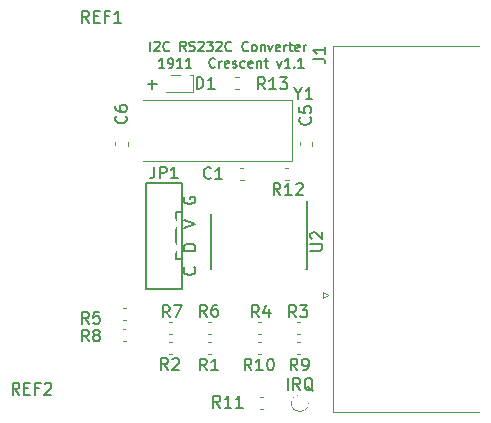
<source format=gto>
G04 #@! TF.GenerationSoftware,KiCad,Pcbnew,(5.1.2)-1*
G04 #@! TF.CreationDate,2019-11-04T01:50:09+09:00*
G04 #@! TF.ProjectId,IR,49522e6b-6963-4616-945f-706362585858,v1.1*
G04 #@! TF.SameCoordinates,Original*
G04 #@! TF.FileFunction,Legend,Top*
G04 #@! TF.FilePolarity,Positive*
%FSLAX46Y46*%
G04 Gerber Fmt 4.6, Leading zero omitted, Abs format (unit mm)*
G04 Created by KiCad (PCBNEW (5.1.2)-1) date 2019-11-04 01:50:09*
%MOMM*%
%LPD*%
G04 APERTURE LIST*
%ADD10C,0.150000*%
%ADD11C,0.200000*%
%ADD12C,0.120000*%
%ADD13C,3.600000*%
%ADD14O,2.200000X1.924000*%
%ADD15C,0.050000*%
%ADD16C,1.275000*%
%ADD17R,4.900000X2.400000*%
%ADD18C,1.400000*%
%ADD19R,0.800000X1.500000*%
%ADD20R,2.000000X2.000000*%
%ADD21C,2.000000*%
%ADD22C,4.400000*%
G04 APERTURE END LIST*
D10*
X183819047Y-98171428D02*
X184580952Y-98171428D01*
X184200000Y-98552380D02*
X184200000Y-97790476D01*
D11*
X195676190Y-124052380D02*
X195676190Y-123052380D01*
X196723809Y-124052380D02*
X196390476Y-123576190D01*
X196152380Y-124052380D02*
X196152380Y-123052380D01*
X196533333Y-123052380D01*
X196628571Y-123100000D01*
X196676190Y-123147619D01*
X196723809Y-123242857D01*
X196723809Y-123385714D01*
X196676190Y-123480952D01*
X196628571Y-123528571D01*
X196533333Y-123576190D01*
X196152380Y-123576190D01*
X197819047Y-124147619D02*
X197723809Y-124100000D01*
X197628571Y-124004761D01*
X197485714Y-123861904D01*
X197390476Y-123814285D01*
X197295238Y-123814285D01*
X197342857Y-124052380D02*
X197247619Y-124004761D01*
X197152380Y-123909523D01*
X197104761Y-123719047D01*
X197104761Y-123385714D01*
X197152380Y-123195238D01*
X197247619Y-123100000D01*
X197342857Y-123052380D01*
X197533333Y-123052380D01*
X197628571Y-123100000D01*
X197723809Y-123195238D01*
X197771428Y-123385714D01*
X197771428Y-123719047D01*
X197723809Y-123909523D01*
X197628571Y-124004761D01*
X197533333Y-124052380D01*
X197342857Y-124052380D01*
X184042857Y-95361904D02*
X184042857Y-94561904D01*
X184385714Y-94638095D02*
X184423809Y-94600000D01*
X184500000Y-94561904D01*
X184690476Y-94561904D01*
X184766666Y-94600000D01*
X184804761Y-94638095D01*
X184842857Y-94714285D01*
X184842857Y-94790476D01*
X184804761Y-94904761D01*
X184347619Y-95361904D01*
X184842857Y-95361904D01*
X185642857Y-95285714D02*
X185604761Y-95323809D01*
X185490476Y-95361904D01*
X185414285Y-95361904D01*
X185300000Y-95323809D01*
X185223809Y-95247619D01*
X185185714Y-95171428D01*
X185147619Y-95019047D01*
X185147619Y-94904761D01*
X185185714Y-94752380D01*
X185223809Y-94676190D01*
X185300000Y-94600000D01*
X185414285Y-94561904D01*
X185490476Y-94561904D01*
X185604761Y-94600000D01*
X185642857Y-94638095D01*
X187052380Y-95361904D02*
X186785714Y-94980952D01*
X186595238Y-95361904D02*
X186595238Y-94561904D01*
X186900000Y-94561904D01*
X186976190Y-94600000D01*
X187014285Y-94638095D01*
X187052380Y-94714285D01*
X187052380Y-94828571D01*
X187014285Y-94904761D01*
X186976190Y-94942857D01*
X186900000Y-94980952D01*
X186595238Y-94980952D01*
X187357142Y-95323809D02*
X187471428Y-95361904D01*
X187661904Y-95361904D01*
X187738095Y-95323809D01*
X187776190Y-95285714D01*
X187814285Y-95209523D01*
X187814285Y-95133333D01*
X187776190Y-95057142D01*
X187738095Y-95019047D01*
X187661904Y-94980952D01*
X187509523Y-94942857D01*
X187433333Y-94904761D01*
X187395238Y-94866666D01*
X187357142Y-94790476D01*
X187357142Y-94714285D01*
X187395238Y-94638095D01*
X187433333Y-94600000D01*
X187509523Y-94561904D01*
X187700000Y-94561904D01*
X187814285Y-94600000D01*
X188119047Y-94638095D02*
X188157142Y-94600000D01*
X188233333Y-94561904D01*
X188423809Y-94561904D01*
X188500000Y-94600000D01*
X188538095Y-94638095D01*
X188576190Y-94714285D01*
X188576190Y-94790476D01*
X188538095Y-94904761D01*
X188080952Y-95361904D01*
X188576190Y-95361904D01*
X188842857Y-94561904D02*
X189338095Y-94561904D01*
X189071428Y-94866666D01*
X189185714Y-94866666D01*
X189261904Y-94904761D01*
X189300000Y-94942857D01*
X189338095Y-95019047D01*
X189338095Y-95209523D01*
X189300000Y-95285714D01*
X189261904Y-95323809D01*
X189185714Y-95361904D01*
X188957142Y-95361904D01*
X188880952Y-95323809D01*
X188842857Y-95285714D01*
X189642857Y-94638095D02*
X189680952Y-94600000D01*
X189757142Y-94561904D01*
X189947619Y-94561904D01*
X190023809Y-94600000D01*
X190061904Y-94638095D01*
X190100000Y-94714285D01*
X190100000Y-94790476D01*
X190061904Y-94904761D01*
X189604761Y-95361904D01*
X190100000Y-95361904D01*
X190900000Y-95285714D02*
X190861904Y-95323809D01*
X190747619Y-95361904D01*
X190671428Y-95361904D01*
X190557142Y-95323809D01*
X190480952Y-95247619D01*
X190442857Y-95171428D01*
X190404761Y-95019047D01*
X190404761Y-94904761D01*
X190442857Y-94752380D01*
X190480952Y-94676190D01*
X190557142Y-94600000D01*
X190671428Y-94561904D01*
X190747619Y-94561904D01*
X190861904Y-94600000D01*
X190900000Y-94638095D01*
X192309523Y-95285714D02*
X192271428Y-95323809D01*
X192157142Y-95361904D01*
X192080952Y-95361904D01*
X191966666Y-95323809D01*
X191890476Y-95247619D01*
X191852380Y-95171428D01*
X191814285Y-95019047D01*
X191814285Y-94904761D01*
X191852380Y-94752380D01*
X191890476Y-94676190D01*
X191966666Y-94600000D01*
X192080952Y-94561904D01*
X192157142Y-94561904D01*
X192271428Y-94600000D01*
X192309523Y-94638095D01*
X192766666Y-95361904D02*
X192690476Y-95323809D01*
X192652380Y-95285714D01*
X192614285Y-95209523D01*
X192614285Y-94980952D01*
X192652380Y-94904761D01*
X192690476Y-94866666D01*
X192766666Y-94828571D01*
X192880952Y-94828571D01*
X192957142Y-94866666D01*
X192995238Y-94904761D01*
X193033333Y-94980952D01*
X193033333Y-95209523D01*
X192995238Y-95285714D01*
X192957142Y-95323809D01*
X192880952Y-95361904D01*
X192766666Y-95361904D01*
X193376190Y-94828571D02*
X193376190Y-95361904D01*
X193376190Y-94904761D02*
X193414285Y-94866666D01*
X193490476Y-94828571D01*
X193604761Y-94828571D01*
X193680952Y-94866666D01*
X193719047Y-94942857D01*
X193719047Y-95361904D01*
X194023809Y-94828571D02*
X194214285Y-95361904D01*
X194404761Y-94828571D01*
X195014285Y-95323809D02*
X194938095Y-95361904D01*
X194785714Y-95361904D01*
X194709523Y-95323809D01*
X194671428Y-95247619D01*
X194671428Y-94942857D01*
X194709523Y-94866666D01*
X194785714Y-94828571D01*
X194938095Y-94828571D01*
X195014285Y-94866666D01*
X195052380Y-94942857D01*
X195052380Y-95019047D01*
X194671428Y-95095238D01*
X195395238Y-95361904D02*
X195395238Y-94828571D01*
X195395238Y-94980952D02*
X195433333Y-94904761D01*
X195471428Y-94866666D01*
X195547619Y-94828571D01*
X195623809Y-94828571D01*
X195776190Y-94828571D02*
X196080952Y-94828571D01*
X195890476Y-94561904D02*
X195890476Y-95247619D01*
X195928571Y-95323809D01*
X196004761Y-95361904D01*
X196080952Y-95361904D01*
X196652380Y-95323809D02*
X196576190Y-95361904D01*
X196423809Y-95361904D01*
X196347619Y-95323809D01*
X196309523Y-95247619D01*
X196309523Y-94942857D01*
X196347619Y-94866666D01*
X196423809Y-94828571D01*
X196576190Y-94828571D01*
X196652380Y-94866666D01*
X196690476Y-94942857D01*
X196690476Y-95019047D01*
X196309523Y-95095238D01*
X197033333Y-95361904D02*
X197033333Y-94828571D01*
X197033333Y-94980952D02*
X197071428Y-94904761D01*
X197109523Y-94866666D01*
X197185714Y-94828571D01*
X197261904Y-94828571D01*
X185223809Y-96761904D02*
X184766666Y-96761904D01*
X184995238Y-96761904D02*
X184995238Y-95961904D01*
X184919047Y-96076190D01*
X184842857Y-96152380D01*
X184766666Y-96190476D01*
X185604761Y-96761904D02*
X185757142Y-96761904D01*
X185833333Y-96723809D01*
X185871428Y-96685714D01*
X185947619Y-96571428D01*
X185985714Y-96419047D01*
X185985714Y-96114285D01*
X185947619Y-96038095D01*
X185909523Y-96000000D01*
X185833333Y-95961904D01*
X185680952Y-95961904D01*
X185604761Y-96000000D01*
X185566666Y-96038095D01*
X185528571Y-96114285D01*
X185528571Y-96304761D01*
X185566666Y-96380952D01*
X185604761Y-96419047D01*
X185680952Y-96457142D01*
X185833333Y-96457142D01*
X185909523Y-96419047D01*
X185947619Y-96380952D01*
X185985714Y-96304761D01*
X186747619Y-96761904D02*
X186290476Y-96761904D01*
X186519047Y-96761904D02*
X186519047Y-95961904D01*
X186442857Y-96076190D01*
X186366666Y-96152380D01*
X186290476Y-96190476D01*
X187509523Y-96761904D02*
X187052380Y-96761904D01*
X187280952Y-96761904D02*
X187280952Y-95961904D01*
X187204761Y-96076190D01*
X187128571Y-96152380D01*
X187052380Y-96190476D01*
X189528571Y-96685714D02*
X189490476Y-96723809D01*
X189376190Y-96761904D01*
X189300000Y-96761904D01*
X189185714Y-96723809D01*
X189109523Y-96647619D01*
X189071428Y-96571428D01*
X189033333Y-96419047D01*
X189033333Y-96304761D01*
X189071428Y-96152380D01*
X189109523Y-96076190D01*
X189185714Y-96000000D01*
X189300000Y-95961904D01*
X189376190Y-95961904D01*
X189490476Y-96000000D01*
X189528571Y-96038095D01*
X189871428Y-96761904D02*
X189871428Y-96228571D01*
X189871428Y-96380952D02*
X189909523Y-96304761D01*
X189947619Y-96266666D01*
X190023809Y-96228571D01*
X190100000Y-96228571D01*
X190671428Y-96723809D02*
X190595238Y-96761904D01*
X190442857Y-96761904D01*
X190366666Y-96723809D01*
X190328571Y-96647619D01*
X190328571Y-96342857D01*
X190366666Y-96266666D01*
X190442857Y-96228571D01*
X190595238Y-96228571D01*
X190671428Y-96266666D01*
X190709523Y-96342857D01*
X190709523Y-96419047D01*
X190328571Y-96495238D01*
X191014285Y-96723809D02*
X191090476Y-96761904D01*
X191242857Y-96761904D01*
X191319047Y-96723809D01*
X191357142Y-96647619D01*
X191357142Y-96609523D01*
X191319047Y-96533333D01*
X191242857Y-96495238D01*
X191128571Y-96495238D01*
X191052380Y-96457142D01*
X191014285Y-96380952D01*
X191014285Y-96342857D01*
X191052380Y-96266666D01*
X191128571Y-96228571D01*
X191242857Y-96228571D01*
X191319047Y-96266666D01*
X192042857Y-96723809D02*
X191966666Y-96761904D01*
X191814285Y-96761904D01*
X191738095Y-96723809D01*
X191700000Y-96685714D01*
X191661904Y-96609523D01*
X191661904Y-96380952D01*
X191700000Y-96304761D01*
X191738095Y-96266666D01*
X191814285Y-96228571D01*
X191966666Y-96228571D01*
X192042857Y-96266666D01*
X192690476Y-96723809D02*
X192614285Y-96761904D01*
X192461904Y-96761904D01*
X192385714Y-96723809D01*
X192347619Y-96647619D01*
X192347619Y-96342857D01*
X192385714Y-96266666D01*
X192461904Y-96228571D01*
X192614285Y-96228571D01*
X192690476Y-96266666D01*
X192728571Y-96342857D01*
X192728571Y-96419047D01*
X192347619Y-96495238D01*
X193071428Y-96228571D02*
X193071428Y-96761904D01*
X193071428Y-96304761D02*
X193109523Y-96266666D01*
X193185714Y-96228571D01*
X193300000Y-96228571D01*
X193376190Y-96266666D01*
X193414285Y-96342857D01*
X193414285Y-96761904D01*
X193680952Y-96228571D02*
X193985714Y-96228571D01*
X193795238Y-95961904D02*
X193795238Y-96647619D01*
X193833333Y-96723809D01*
X193909523Y-96761904D01*
X193985714Y-96761904D01*
X194785714Y-96228571D02*
X194976190Y-96761904D01*
X195166666Y-96228571D01*
X195890476Y-96761904D02*
X195433333Y-96761904D01*
X195661904Y-96761904D02*
X195661904Y-95961904D01*
X195585714Y-96076190D01*
X195509523Y-96152380D01*
X195433333Y-96190476D01*
X196233333Y-96685714D02*
X196271428Y-96723809D01*
X196233333Y-96761904D01*
X196195238Y-96723809D01*
X196233333Y-96685714D01*
X196233333Y-96761904D01*
X197033333Y-96761904D02*
X196576190Y-96761904D01*
X196804761Y-96761904D02*
X196804761Y-95961904D01*
X196728571Y-96076190D01*
X196652380Y-96152380D01*
X196576190Y-96190476D01*
D10*
X186700000Y-109000000D02*
X186200000Y-109000000D01*
X186200000Y-109000000D02*
X186200000Y-113000000D01*
X186200000Y-113000000D02*
X186700000Y-113000000D01*
X186700000Y-111000000D02*
X186700000Y-115500000D01*
X186700000Y-115500000D02*
X183700000Y-115500000D01*
X183700000Y-115500000D02*
X183700000Y-106500000D01*
X183700000Y-106500000D02*
X186700000Y-106500000D01*
X186700000Y-106500000D02*
X186700000Y-111000000D01*
D12*
X192000779Y-106260000D02*
X191675221Y-106260000D01*
X192000779Y-105240000D02*
X191675221Y-105240000D01*
X197710000Y-103374779D02*
X197710000Y-103049221D01*
X196690000Y-103374779D02*
X196690000Y-103049221D01*
X181090000Y-103374779D02*
X181090000Y-103049221D01*
X182110000Y-103374779D02*
X182110000Y-103049221D01*
X185400000Y-98835000D02*
X187685000Y-98835000D01*
X187685000Y-98835000D02*
X187685000Y-97365000D01*
X187685000Y-97365000D02*
X185400000Y-97365000D01*
X189212779Y-119990000D02*
X188887221Y-119990000D01*
X189212779Y-121010000D02*
X188887221Y-121010000D01*
X185587221Y-121010000D02*
X185912779Y-121010000D01*
X185587221Y-119990000D02*
X185912779Y-119990000D01*
X196762779Y-119310000D02*
X196437221Y-119310000D01*
X196762779Y-118290000D02*
X196437221Y-118290000D01*
X193137221Y-118290000D02*
X193462779Y-118290000D01*
X193137221Y-119310000D02*
X193462779Y-119310000D01*
X182012779Y-118160000D02*
X181687221Y-118160000D01*
X182012779Y-117140000D02*
X181687221Y-117140000D01*
X189212779Y-118290000D02*
X188887221Y-118290000D01*
X189212779Y-119310000D02*
X188887221Y-119310000D01*
X185587221Y-119310000D02*
X185912779Y-119310000D01*
X185587221Y-118290000D02*
X185912779Y-118290000D01*
X182012779Y-118890000D02*
X181687221Y-118890000D01*
X182012779Y-119910000D02*
X181687221Y-119910000D01*
X196762779Y-121010000D02*
X196437221Y-121010000D01*
X196762779Y-119990000D02*
X196437221Y-119990000D01*
X193137221Y-119990000D02*
X193462779Y-119990000D01*
X193137221Y-121010000D02*
X193462779Y-121010000D01*
X193337221Y-124690000D02*
X193662779Y-124690000D01*
X193337221Y-125710000D02*
X193662779Y-125710000D01*
X195800779Y-105240000D02*
X195475221Y-105240000D01*
X195800779Y-106260000D02*
X195475221Y-106260000D01*
X191249221Y-97590000D02*
X191574779Y-97590000D01*
X191249221Y-98610000D02*
X191574779Y-98610000D01*
X183450000Y-104650000D02*
X196050000Y-104650000D01*
X196050000Y-104650000D02*
X196050000Y-99550000D01*
X196050000Y-99550000D02*
X183450000Y-99550000D01*
X197400000Y-125200000D02*
G75*
G03X197400000Y-125200000I-700000J0D01*
G01*
D10*
X197225000Y-113825000D02*
X197200000Y-113825000D01*
X189175000Y-113825000D02*
X189200000Y-113825000D01*
X189175000Y-109175000D02*
X189200000Y-109175000D01*
X197275000Y-108100000D02*
X197275000Y-113825000D01*
X189175000Y-109175000D02*
X189175000Y-113825000D01*
D12*
X211880000Y-125945000D02*
X199540000Y-125945000D01*
X199540000Y-125945000D02*
X199540000Y-94975000D01*
X199540000Y-94975000D02*
X211880000Y-94975000D01*
X198645662Y-116250000D02*
X198645662Y-115750000D01*
X198645662Y-115750000D02*
X199078675Y-116000000D01*
X199078675Y-116000000D02*
X198645662Y-116250000D01*
D10*
X172952380Y-124452380D02*
X172619047Y-123976190D01*
X172380952Y-124452380D02*
X172380952Y-123452380D01*
X172761904Y-123452380D01*
X172857142Y-123500000D01*
X172904761Y-123547619D01*
X172952380Y-123642857D01*
X172952380Y-123785714D01*
X172904761Y-123880952D01*
X172857142Y-123928571D01*
X172761904Y-123976190D01*
X172380952Y-123976190D01*
X173380952Y-123928571D02*
X173714285Y-123928571D01*
X173857142Y-124452380D02*
X173380952Y-124452380D01*
X173380952Y-123452380D01*
X173857142Y-123452380D01*
X174619047Y-123928571D02*
X174285714Y-123928571D01*
X174285714Y-124452380D02*
X174285714Y-123452380D01*
X174761904Y-123452380D01*
X175095238Y-123547619D02*
X175142857Y-123500000D01*
X175238095Y-123452380D01*
X175476190Y-123452380D01*
X175571428Y-123500000D01*
X175619047Y-123547619D01*
X175666666Y-123642857D01*
X175666666Y-123738095D01*
X175619047Y-123880952D01*
X175047619Y-124452380D01*
X175666666Y-124452380D01*
X178852380Y-92952380D02*
X178519047Y-92476190D01*
X178280952Y-92952380D02*
X178280952Y-91952380D01*
X178661904Y-91952380D01*
X178757142Y-92000000D01*
X178804761Y-92047619D01*
X178852380Y-92142857D01*
X178852380Y-92285714D01*
X178804761Y-92380952D01*
X178757142Y-92428571D01*
X178661904Y-92476190D01*
X178280952Y-92476190D01*
X179280952Y-92428571D02*
X179614285Y-92428571D01*
X179757142Y-92952380D02*
X179280952Y-92952380D01*
X179280952Y-91952380D01*
X179757142Y-91952380D01*
X180519047Y-92428571D02*
X180185714Y-92428571D01*
X180185714Y-92952380D02*
X180185714Y-91952380D01*
X180661904Y-91952380D01*
X181566666Y-92952380D02*
X180995238Y-92952380D01*
X181280952Y-92952380D02*
X181280952Y-91952380D01*
X181185714Y-92095238D01*
X181090476Y-92190476D01*
X180995238Y-92238095D01*
X184366666Y-105152380D02*
X184366666Y-105866666D01*
X184319047Y-106009523D01*
X184223809Y-106104761D01*
X184080952Y-106152380D01*
X183985714Y-106152380D01*
X184842857Y-106152380D02*
X184842857Y-105152380D01*
X185223809Y-105152380D01*
X185319047Y-105200000D01*
X185366666Y-105247619D01*
X185414285Y-105342857D01*
X185414285Y-105485714D01*
X185366666Y-105580952D01*
X185319047Y-105628571D01*
X185223809Y-105676190D01*
X184842857Y-105676190D01*
X186366666Y-106152380D02*
X185795238Y-106152380D01*
X186080952Y-106152380D02*
X186080952Y-105152380D01*
X185985714Y-105295238D01*
X185890476Y-105390476D01*
X185795238Y-105438095D01*
X187757142Y-113690476D02*
X187804761Y-113738095D01*
X187852380Y-113880952D01*
X187852380Y-113976190D01*
X187804761Y-114119047D01*
X187709523Y-114214285D01*
X187614285Y-114261904D01*
X187423809Y-114309523D01*
X187280952Y-114309523D01*
X187090476Y-114261904D01*
X186995238Y-114214285D01*
X186900000Y-114119047D01*
X186852380Y-113976190D01*
X186852380Y-113880952D01*
X186900000Y-113738095D01*
X186947619Y-113690476D01*
X187852380Y-112261904D02*
X186852380Y-112261904D01*
X186852380Y-112023809D01*
X186900000Y-111880952D01*
X186995238Y-111785714D01*
X187090476Y-111738095D01*
X187280952Y-111690476D01*
X187423809Y-111690476D01*
X187614285Y-111738095D01*
X187709523Y-111785714D01*
X187804761Y-111880952D01*
X187852380Y-112023809D01*
X187852380Y-112261904D01*
X186852380Y-110333333D02*
X187852380Y-110000000D01*
X186852380Y-109666666D01*
X186900000Y-107738095D02*
X186852380Y-107833333D01*
X186852380Y-107976190D01*
X186900000Y-108119047D01*
X186995238Y-108214285D01*
X187090476Y-108261904D01*
X187280952Y-108309523D01*
X187423809Y-108309523D01*
X187614285Y-108261904D01*
X187709523Y-108214285D01*
X187804761Y-108119047D01*
X187852380Y-107976190D01*
X187852380Y-107880952D01*
X187804761Y-107738095D01*
X187757142Y-107690476D01*
X187423809Y-107690476D01*
X187423809Y-107880952D01*
X189171333Y-106107142D02*
X189123714Y-106154761D01*
X188980857Y-106202380D01*
X188885619Y-106202380D01*
X188742761Y-106154761D01*
X188647523Y-106059523D01*
X188599904Y-105964285D01*
X188552285Y-105773809D01*
X188552285Y-105630952D01*
X188599904Y-105440476D01*
X188647523Y-105345238D01*
X188742761Y-105250000D01*
X188885619Y-105202380D01*
X188980857Y-105202380D01*
X189123714Y-105250000D01*
X189171333Y-105297619D01*
X190123714Y-106202380D02*
X189552285Y-106202380D01*
X189838000Y-106202380D02*
X189838000Y-105202380D01*
X189742761Y-105345238D01*
X189647523Y-105440476D01*
X189552285Y-105488095D01*
X197557142Y-100978666D02*
X197604761Y-101026285D01*
X197652380Y-101169142D01*
X197652380Y-101264380D01*
X197604761Y-101407238D01*
X197509523Y-101502476D01*
X197414285Y-101550095D01*
X197223809Y-101597714D01*
X197080952Y-101597714D01*
X196890476Y-101550095D01*
X196795238Y-101502476D01*
X196700000Y-101407238D01*
X196652380Y-101264380D01*
X196652380Y-101169142D01*
X196700000Y-101026285D01*
X196747619Y-100978666D01*
X196652380Y-100073904D02*
X196652380Y-100550095D01*
X197128571Y-100597714D01*
X197080952Y-100550095D01*
X197033333Y-100454857D01*
X197033333Y-100216761D01*
X197080952Y-100121523D01*
X197128571Y-100073904D01*
X197223809Y-100026285D01*
X197461904Y-100026285D01*
X197557142Y-100073904D01*
X197604761Y-100121523D01*
X197652380Y-100216761D01*
X197652380Y-100454857D01*
X197604761Y-100550095D01*
X197557142Y-100597714D01*
X181957142Y-100878666D02*
X182004761Y-100926285D01*
X182052380Y-101069142D01*
X182052380Y-101164380D01*
X182004761Y-101307238D01*
X181909523Y-101402476D01*
X181814285Y-101450095D01*
X181623809Y-101497714D01*
X181480952Y-101497714D01*
X181290476Y-101450095D01*
X181195238Y-101402476D01*
X181100000Y-101307238D01*
X181052380Y-101164380D01*
X181052380Y-101069142D01*
X181100000Y-100926285D01*
X181147619Y-100878666D01*
X181052380Y-100021523D02*
X181052380Y-100212000D01*
X181100000Y-100307238D01*
X181147619Y-100354857D01*
X181290476Y-100450095D01*
X181480952Y-100497714D01*
X181861904Y-100497714D01*
X181957142Y-100450095D01*
X182004761Y-100402476D01*
X182052380Y-100307238D01*
X182052380Y-100116761D01*
X182004761Y-100021523D01*
X181957142Y-99973904D01*
X181861904Y-99926285D01*
X181623809Y-99926285D01*
X181528571Y-99973904D01*
X181480952Y-100021523D01*
X181433333Y-100116761D01*
X181433333Y-100307238D01*
X181480952Y-100402476D01*
X181528571Y-100450095D01*
X181623809Y-100497714D01*
X187961904Y-98552380D02*
X187961904Y-97552380D01*
X188200000Y-97552380D01*
X188342857Y-97600000D01*
X188438095Y-97695238D01*
X188485714Y-97790476D01*
X188533333Y-97980952D01*
X188533333Y-98123809D01*
X188485714Y-98314285D01*
X188438095Y-98409523D01*
X188342857Y-98504761D01*
X188200000Y-98552380D01*
X187961904Y-98552380D01*
X189485714Y-98552380D02*
X188914285Y-98552380D01*
X189200000Y-98552380D02*
X189200000Y-97552380D01*
X189104761Y-97695238D01*
X189009523Y-97790476D01*
X188914285Y-97838095D01*
X188833333Y-122402380D02*
X188500000Y-121926190D01*
X188261904Y-122402380D02*
X188261904Y-121402380D01*
X188642857Y-121402380D01*
X188738095Y-121450000D01*
X188785714Y-121497619D01*
X188833333Y-121592857D01*
X188833333Y-121735714D01*
X188785714Y-121830952D01*
X188738095Y-121878571D01*
X188642857Y-121926190D01*
X188261904Y-121926190D01*
X189785714Y-122402380D02*
X189214285Y-122402380D01*
X189500000Y-122402380D02*
X189500000Y-121402380D01*
X189404761Y-121545238D01*
X189309523Y-121640476D01*
X189214285Y-121688095D01*
X185533333Y-122352380D02*
X185200000Y-121876190D01*
X184961904Y-122352380D02*
X184961904Y-121352380D01*
X185342857Y-121352380D01*
X185438095Y-121400000D01*
X185485714Y-121447619D01*
X185533333Y-121542857D01*
X185533333Y-121685714D01*
X185485714Y-121780952D01*
X185438095Y-121828571D01*
X185342857Y-121876190D01*
X184961904Y-121876190D01*
X185914285Y-121447619D02*
X185961904Y-121400000D01*
X186057142Y-121352380D01*
X186295238Y-121352380D01*
X186390476Y-121400000D01*
X186438095Y-121447619D01*
X186485714Y-121542857D01*
X186485714Y-121638095D01*
X186438095Y-121780952D01*
X185866666Y-122352380D01*
X186485714Y-122352380D01*
X196383333Y-117902380D02*
X196050000Y-117426190D01*
X195811904Y-117902380D02*
X195811904Y-116902380D01*
X196192857Y-116902380D01*
X196288095Y-116950000D01*
X196335714Y-116997619D01*
X196383333Y-117092857D01*
X196383333Y-117235714D01*
X196335714Y-117330952D01*
X196288095Y-117378571D01*
X196192857Y-117426190D01*
X195811904Y-117426190D01*
X196716666Y-116902380D02*
X197335714Y-116902380D01*
X197002380Y-117283333D01*
X197145238Y-117283333D01*
X197240476Y-117330952D01*
X197288095Y-117378571D01*
X197335714Y-117473809D01*
X197335714Y-117711904D01*
X197288095Y-117807142D01*
X197240476Y-117854761D01*
X197145238Y-117902380D01*
X196859523Y-117902380D01*
X196764285Y-117854761D01*
X196716666Y-117807142D01*
X193233333Y-117902380D02*
X192900000Y-117426190D01*
X192661904Y-117902380D02*
X192661904Y-116902380D01*
X193042857Y-116902380D01*
X193138095Y-116950000D01*
X193185714Y-116997619D01*
X193233333Y-117092857D01*
X193233333Y-117235714D01*
X193185714Y-117330952D01*
X193138095Y-117378571D01*
X193042857Y-117426190D01*
X192661904Y-117426190D01*
X194090476Y-117235714D02*
X194090476Y-117902380D01*
X193852380Y-116854761D02*
X193614285Y-117569047D01*
X194233333Y-117569047D01*
X178833333Y-118452380D02*
X178500000Y-117976190D01*
X178261904Y-118452380D02*
X178261904Y-117452380D01*
X178642857Y-117452380D01*
X178738095Y-117500000D01*
X178785714Y-117547619D01*
X178833333Y-117642857D01*
X178833333Y-117785714D01*
X178785714Y-117880952D01*
X178738095Y-117928571D01*
X178642857Y-117976190D01*
X178261904Y-117976190D01*
X179738095Y-117452380D02*
X179261904Y-117452380D01*
X179214285Y-117928571D01*
X179261904Y-117880952D01*
X179357142Y-117833333D01*
X179595238Y-117833333D01*
X179690476Y-117880952D01*
X179738095Y-117928571D01*
X179785714Y-118023809D01*
X179785714Y-118261904D01*
X179738095Y-118357142D01*
X179690476Y-118404761D01*
X179595238Y-118452380D01*
X179357142Y-118452380D01*
X179261904Y-118404761D01*
X179214285Y-118357142D01*
X188833333Y-117852380D02*
X188500000Y-117376190D01*
X188261904Y-117852380D02*
X188261904Y-116852380D01*
X188642857Y-116852380D01*
X188738095Y-116900000D01*
X188785714Y-116947619D01*
X188833333Y-117042857D01*
X188833333Y-117185714D01*
X188785714Y-117280952D01*
X188738095Y-117328571D01*
X188642857Y-117376190D01*
X188261904Y-117376190D01*
X189690476Y-116852380D02*
X189500000Y-116852380D01*
X189404761Y-116900000D01*
X189357142Y-116947619D01*
X189261904Y-117090476D01*
X189214285Y-117280952D01*
X189214285Y-117661904D01*
X189261904Y-117757142D01*
X189309523Y-117804761D01*
X189404761Y-117852380D01*
X189595238Y-117852380D01*
X189690476Y-117804761D01*
X189738095Y-117757142D01*
X189785714Y-117661904D01*
X189785714Y-117423809D01*
X189738095Y-117328571D01*
X189690476Y-117280952D01*
X189595238Y-117233333D01*
X189404761Y-117233333D01*
X189309523Y-117280952D01*
X189261904Y-117328571D01*
X189214285Y-117423809D01*
X185683333Y-117902380D02*
X185350000Y-117426190D01*
X185111904Y-117902380D02*
X185111904Y-116902380D01*
X185492857Y-116902380D01*
X185588095Y-116950000D01*
X185635714Y-116997619D01*
X185683333Y-117092857D01*
X185683333Y-117235714D01*
X185635714Y-117330952D01*
X185588095Y-117378571D01*
X185492857Y-117426190D01*
X185111904Y-117426190D01*
X186016666Y-116902380D02*
X186683333Y-116902380D01*
X186254761Y-117902380D01*
X178833333Y-119952380D02*
X178500000Y-119476190D01*
X178261904Y-119952380D02*
X178261904Y-118952380D01*
X178642857Y-118952380D01*
X178738095Y-119000000D01*
X178785714Y-119047619D01*
X178833333Y-119142857D01*
X178833333Y-119285714D01*
X178785714Y-119380952D01*
X178738095Y-119428571D01*
X178642857Y-119476190D01*
X178261904Y-119476190D01*
X179404761Y-119380952D02*
X179309523Y-119333333D01*
X179261904Y-119285714D01*
X179214285Y-119190476D01*
X179214285Y-119142857D01*
X179261904Y-119047619D01*
X179309523Y-119000000D01*
X179404761Y-118952380D01*
X179595238Y-118952380D01*
X179690476Y-119000000D01*
X179738095Y-119047619D01*
X179785714Y-119142857D01*
X179785714Y-119190476D01*
X179738095Y-119285714D01*
X179690476Y-119333333D01*
X179595238Y-119380952D01*
X179404761Y-119380952D01*
X179309523Y-119428571D01*
X179261904Y-119476190D01*
X179214285Y-119571428D01*
X179214285Y-119761904D01*
X179261904Y-119857142D01*
X179309523Y-119904761D01*
X179404761Y-119952380D01*
X179595238Y-119952380D01*
X179690476Y-119904761D01*
X179738095Y-119857142D01*
X179785714Y-119761904D01*
X179785714Y-119571428D01*
X179738095Y-119476190D01*
X179690476Y-119428571D01*
X179595238Y-119380952D01*
X196483333Y-122402380D02*
X196150000Y-121926190D01*
X195911904Y-122402380D02*
X195911904Y-121402380D01*
X196292857Y-121402380D01*
X196388095Y-121450000D01*
X196435714Y-121497619D01*
X196483333Y-121592857D01*
X196483333Y-121735714D01*
X196435714Y-121830952D01*
X196388095Y-121878571D01*
X196292857Y-121926190D01*
X195911904Y-121926190D01*
X196959523Y-122402380D02*
X197150000Y-122402380D01*
X197245238Y-122354761D01*
X197292857Y-122307142D01*
X197388095Y-122164285D01*
X197435714Y-121973809D01*
X197435714Y-121592857D01*
X197388095Y-121497619D01*
X197340476Y-121450000D01*
X197245238Y-121402380D01*
X197054761Y-121402380D01*
X196959523Y-121450000D01*
X196911904Y-121497619D01*
X196864285Y-121592857D01*
X196864285Y-121830952D01*
X196911904Y-121926190D01*
X196959523Y-121973809D01*
X197054761Y-122021428D01*
X197245238Y-122021428D01*
X197340476Y-121973809D01*
X197388095Y-121926190D01*
X197435714Y-121830952D01*
X192607142Y-122402380D02*
X192273809Y-121926190D01*
X192035714Y-122402380D02*
X192035714Y-121402380D01*
X192416666Y-121402380D01*
X192511904Y-121450000D01*
X192559523Y-121497619D01*
X192607142Y-121592857D01*
X192607142Y-121735714D01*
X192559523Y-121830952D01*
X192511904Y-121878571D01*
X192416666Y-121926190D01*
X192035714Y-121926190D01*
X193559523Y-122402380D02*
X192988095Y-122402380D01*
X193273809Y-122402380D02*
X193273809Y-121402380D01*
X193178571Y-121545238D01*
X193083333Y-121640476D01*
X192988095Y-121688095D01*
X194178571Y-121402380D02*
X194273809Y-121402380D01*
X194369047Y-121450000D01*
X194416666Y-121497619D01*
X194464285Y-121592857D01*
X194511904Y-121783333D01*
X194511904Y-122021428D01*
X194464285Y-122211904D01*
X194416666Y-122307142D01*
X194369047Y-122354761D01*
X194273809Y-122402380D01*
X194178571Y-122402380D01*
X194083333Y-122354761D01*
X194035714Y-122307142D01*
X193988095Y-122211904D01*
X193940476Y-122021428D01*
X193940476Y-121783333D01*
X193988095Y-121592857D01*
X194035714Y-121497619D01*
X194083333Y-121450000D01*
X194178571Y-121402380D01*
X189957142Y-125552380D02*
X189623809Y-125076190D01*
X189385714Y-125552380D02*
X189385714Y-124552380D01*
X189766666Y-124552380D01*
X189861904Y-124600000D01*
X189909523Y-124647619D01*
X189957142Y-124742857D01*
X189957142Y-124885714D01*
X189909523Y-124980952D01*
X189861904Y-125028571D01*
X189766666Y-125076190D01*
X189385714Y-125076190D01*
X190909523Y-125552380D02*
X190338095Y-125552380D01*
X190623809Y-125552380D02*
X190623809Y-124552380D01*
X190528571Y-124695238D01*
X190433333Y-124790476D01*
X190338095Y-124838095D01*
X191861904Y-125552380D02*
X191290476Y-125552380D01*
X191576190Y-125552380D02*
X191576190Y-124552380D01*
X191480952Y-124695238D01*
X191385714Y-124790476D01*
X191290476Y-124838095D01*
X195057142Y-107552380D02*
X194723809Y-107076190D01*
X194485714Y-107552380D02*
X194485714Y-106552380D01*
X194866666Y-106552380D01*
X194961904Y-106600000D01*
X195009523Y-106647619D01*
X195057142Y-106742857D01*
X195057142Y-106885714D01*
X195009523Y-106980952D01*
X194961904Y-107028571D01*
X194866666Y-107076190D01*
X194485714Y-107076190D01*
X196009523Y-107552380D02*
X195438095Y-107552380D01*
X195723809Y-107552380D02*
X195723809Y-106552380D01*
X195628571Y-106695238D01*
X195533333Y-106790476D01*
X195438095Y-106838095D01*
X196390476Y-106647619D02*
X196438095Y-106600000D01*
X196533333Y-106552380D01*
X196771428Y-106552380D01*
X196866666Y-106600000D01*
X196914285Y-106647619D01*
X196961904Y-106742857D01*
X196961904Y-106838095D01*
X196914285Y-106980952D01*
X196342857Y-107552380D01*
X196961904Y-107552380D01*
X193731642Y-98602380D02*
X193398309Y-98126190D01*
X193160214Y-98602380D02*
X193160214Y-97602380D01*
X193541166Y-97602380D01*
X193636404Y-97650000D01*
X193684023Y-97697619D01*
X193731642Y-97792857D01*
X193731642Y-97935714D01*
X193684023Y-98030952D01*
X193636404Y-98078571D01*
X193541166Y-98126190D01*
X193160214Y-98126190D01*
X194684023Y-98602380D02*
X194112595Y-98602380D01*
X194398309Y-98602380D02*
X194398309Y-97602380D01*
X194303071Y-97745238D01*
X194207833Y-97840476D01*
X194112595Y-97888095D01*
X195017357Y-97602380D02*
X195636404Y-97602380D01*
X195303071Y-97983333D01*
X195445928Y-97983333D01*
X195541166Y-98030952D01*
X195588785Y-98078571D01*
X195636404Y-98173809D01*
X195636404Y-98411904D01*
X195588785Y-98507142D01*
X195541166Y-98554761D01*
X195445928Y-98602380D01*
X195160214Y-98602380D01*
X195064976Y-98554761D01*
X195017357Y-98507142D01*
X196573809Y-98976190D02*
X196573809Y-99452380D01*
X196240476Y-98452380D02*
X196573809Y-98976190D01*
X196907142Y-98452380D01*
X197764285Y-99452380D02*
X197192857Y-99452380D01*
X197478571Y-99452380D02*
X197478571Y-98452380D01*
X197383333Y-98595238D01*
X197288095Y-98690476D01*
X197192857Y-98738095D01*
X197602380Y-112261904D02*
X198411904Y-112261904D01*
X198507142Y-112214285D01*
X198554761Y-112166666D01*
X198602380Y-112071428D01*
X198602380Y-111880952D01*
X198554761Y-111785714D01*
X198507142Y-111738095D01*
X198411904Y-111690476D01*
X197602380Y-111690476D01*
X197697619Y-111261904D02*
X197650000Y-111214285D01*
X197602380Y-111119047D01*
X197602380Y-110880952D01*
X197650000Y-110785714D01*
X197697619Y-110738095D01*
X197792857Y-110690476D01*
X197888095Y-110690476D01*
X198030952Y-110738095D01*
X198602380Y-111309523D01*
X198602380Y-110690476D01*
X197852380Y-96033333D02*
X198566666Y-96033333D01*
X198709523Y-96080952D01*
X198804761Y-96176190D01*
X198852380Y-96319047D01*
X198852380Y-96414285D01*
X198852380Y-95033333D02*
X198852380Y-95604761D01*
X198852380Y-95319047D02*
X197852380Y-95319047D01*
X197995238Y-95414285D01*
X198090476Y-95509523D01*
X198138095Y-95604761D01*
%LPC*%
D13*
X179900000Y-124000000D03*
X179900000Y-96700000D03*
D14*
X185200000Y-114000000D03*
X185200000Y-112000000D03*
X185200000Y-110000000D03*
X185200000Y-108000000D03*
D15*
G36*
X192975493Y-105076535D02*
G01*
X193006435Y-105081125D01*
X193036778Y-105088725D01*
X193066230Y-105099263D01*
X193094508Y-105112638D01*
X193121338Y-105128719D01*
X193146463Y-105147353D01*
X193169640Y-105168360D01*
X193190647Y-105191537D01*
X193209281Y-105216662D01*
X193225362Y-105243492D01*
X193238737Y-105271770D01*
X193249275Y-105301222D01*
X193256875Y-105331565D01*
X193261465Y-105362507D01*
X193263000Y-105393750D01*
X193263000Y-106106250D01*
X193261465Y-106137493D01*
X193256875Y-106168435D01*
X193249275Y-106198778D01*
X193238737Y-106228230D01*
X193225362Y-106256508D01*
X193209281Y-106283338D01*
X193190647Y-106308463D01*
X193169640Y-106331640D01*
X193146463Y-106352647D01*
X193121338Y-106371281D01*
X193094508Y-106387362D01*
X193066230Y-106400737D01*
X193036778Y-106411275D01*
X193006435Y-106418875D01*
X192975493Y-106423465D01*
X192944250Y-106425000D01*
X192306750Y-106425000D01*
X192275507Y-106423465D01*
X192244565Y-106418875D01*
X192214222Y-106411275D01*
X192184770Y-106400737D01*
X192156492Y-106387362D01*
X192129662Y-106371281D01*
X192104537Y-106352647D01*
X192081360Y-106331640D01*
X192060353Y-106308463D01*
X192041719Y-106283338D01*
X192025638Y-106256508D01*
X192012263Y-106228230D01*
X192001725Y-106198778D01*
X191994125Y-106168435D01*
X191989535Y-106137493D01*
X191988000Y-106106250D01*
X191988000Y-105393750D01*
X191989535Y-105362507D01*
X191994125Y-105331565D01*
X192001725Y-105301222D01*
X192012263Y-105271770D01*
X192025638Y-105243492D01*
X192041719Y-105216662D01*
X192060353Y-105191537D01*
X192081360Y-105168360D01*
X192104537Y-105147353D01*
X192129662Y-105128719D01*
X192156492Y-105112638D01*
X192184770Y-105099263D01*
X192214222Y-105088725D01*
X192244565Y-105081125D01*
X192275507Y-105076535D01*
X192306750Y-105075000D01*
X192944250Y-105075000D01*
X192975493Y-105076535D01*
X192975493Y-105076535D01*
G37*
D16*
X192625500Y-105750000D03*
D15*
G36*
X191400493Y-105076535D02*
G01*
X191431435Y-105081125D01*
X191461778Y-105088725D01*
X191491230Y-105099263D01*
X191519508Y-105112638D01*
X191546338Y-105128719D01*
X191571463Y-105147353D01*
X191594640Y-105168360D01*
X191615647Y-105191537D01*
X191634281Y-105216662D01*
X191650362Y-105243492D01*
X191663737Y-105271770D01*
X191674275Y-105301222D01*
X191681875Y-105331565D01*
X191686465Y-105362507D01*
X191688000Y-105393750D01*
X191688000Y-106106250D01*
X191686465Y-106137493D01*
X191681875Y-106168435D01*
X191674275Y-106198778D01*
X191663737Y-106228230D01*
X191650362Y-106256508D01*
X191634281Y-106283338D01*
X191615647Y-106308463D01*
X191594640Y-106331640D01*
X191571463Y-106352647D01*
X191546338Y-106371281D01*
X191519508Y-106387362D01*
X191491230Y-106400737D01*
X191461778Y-106411275D01*
X191431435Y-106418875D01*
X191400493Y-106423465D01*
X191369250Y-106425000D01*
X190731750Y-106425000D01*
X190700507Y-106423465D01*
X190669565Y-106418875D01*
X190639222Y-106411275D01*
X190609770Y-106400737D01*
X190581492Y-106387362D01*
X190554662Y-106371281D01*
X190529537Y-106352647D01*
X190506360Y-106331640D01*
X190485353Y-106308463D01*
X190466719Y-106283338D01*
X190450638Y-106256508D01*
X190437263Y-106228230D01*
X190426725Y-106198778D01*
X190419125Y-106168435D01*
X190414535Y-106137493D01*
X190413000Y-106106250D01*
X190413000Y-105393750D01*
X190414535Y-105362507D01*
X190419125Y-105331565D01*
X190426725Y-105301222D01*
X190437263Y-105271770D01*
X190450638Y-105243492D01*
X190466719Y-105216662D01*
X190485353Y-105191537D01*
X190506360Y-105168360D01*
X190529537Y-105147353D01*
X190554662Y-105128719D01*
X190581492Y-105112638D01*
X190609770Y-105099263D01*
X190639222Y-105088725D01*
X190669565Y-105081125D01*
X190700507Y-105076535D01*
X190731750Y-105075000D01*
X191369250Y-105075000D01*
X191400493Y-105076535D01*
X191400493Y-105076535D01*
G37*
D16*
X191050500Y-105750000D03*
D15*
G36*
X197587493Y-101788535D02*
G01*
X197618435Y-101793125D01*
X197648778Y-101800725D01*
X197678230Y-101811263D01*
X197706508Y-101824638D01*
X197733338Y-101840719D01*
X197758463Y-101859353D01*
X197781640Y-101880360D01*
X197802647Y-101903537D01*
X197821281Y-101928662D01*
X197837362Y-101955492D01*
X197850737Y-101983770D01*
X197861275Y-102013222D01*
X197868875Y-102043565D01*
X197873465Y-102074507D01*
X197875000Y-102105750D01*
X197875000Y-102743250D01*
X197873465Y-102774493D01*
X197868875Y-102805435D01*
X197861275Y-102835778D01*
X197850737Y-102865230D01*
X197837362Y-102893508D01*
X197821281Y-102920338D01*
X197802647Y-102945463D01*
X197781640Y-102968640D01*
X197758463Y-102989647D01*
X197733338Y-103008281D01*
X197706508Y-103024362D01*
X197678230Y-103037737D01*
X197648778Y-103048275D01*
X197618435Y-103055875D01*
X197587493Y-103060465D01*
X197556250Y-103062000D01*
X196843750Y-103062000D01*
X196812507Y-103060465D01*
X196781565Y-103055875D01*
X196751222Y-103048275D01*
X196721770Y-103037737D01*
X196693492Y-103024362D01*
X196666662Y-103008281D01*
X196641537Y-102989647D01*
X196618360Y-102968640D01*
X196597353Y-102945463D01*
X196578719Y-102920338D01*
X196562638Y-102893508D01*
X196549263Y-102865230D01*
X196538725Y-102835778D01*
X196531125Y-102805435D01*
X196526535Y-102774493D01*
X196525000Y-102743250D01*
X196525000Y-102105750D01*
X196526535Y-102074507D01*
X196531125Y-102043565D01*
X196538725Y-102013222D01*
X196549263Y-101983770D01*
X196562638Y-101955492D01*
X196578719Y-101928662D01*
X196597353Y-101903537D01*
X196618360Y-101880360D01*
X196641537Y-101859353D01*
X196666662Y-101840719D01*
X196693492Y-101824638D01*
X196721770Y-101811263D01*
X196751222Y-101800725D01*
X196781565Y-101793125D01*
X196812507Y-101788535D01*
X196843750Y-101787000D01*
X197556250Y-101787000D01*
X197587493Y-101788535D01*
X197587493Y-101788535D01*
G37*
D16*
X197200000Y-102424500D03*
D15*
G36*
X197587493Y-103363535D02*
G01*
X197618435Y-103368125D01*
X197648778Y-103375725D01*
X197678230Y-103386263D01*
X197706508Y-103399638D01*
X197733338Y-103415719D01*
X197758463Y-103434353D01*
X197781640Y-103455360D01*
X197802647Y-103478537D01*
X197821281Y-103503662D01*
X197837362Y-103530492D01*
X197850737Y-103558770D01*
X197861275Y-103588222D01*
X197868875Y-103618565D01*
X197873465Y-103649507D01*
X197875000Y-103680750D01*
X197875000Y-104318250D01*
X197873465Y-104349493D01*
X197868875Y-104380435D01*
X197861275Y-104410778D01*
X197850737Y-104440230D01*
X197837362Y-104468508D01*
X197821281Y-104495338D01*
X197802647Y-104520463D01*
X197781640Y-104543640D01*
X197758463Y-104564647D01*
X197733338Y-104583281D01*
X197706508Y-104599362D01*
X197678230Y-104612737D01*
X197648778Y-104623275D01*
X197618435Y-104630875D01*
X197587493Y-104635465D01*
X197556250Y-104637000D01*
X196843750Y-104637000D01*
X196812507Y-104635465D01*
X196781565Y-104630875D01*
X196751222Y-104623275D01*
X196721770Y-104612737D01*
X196693492Y-104599362D01*
X196666662Y-104583281D01*
X196641537Y-104564647D01*
X196618360Y-104543640D01*
X196597353Y-104520463D01*
X196578719Y-104495338D01*
X196562638Y-104468508D01*
X196549263Y-104440230D01*
X196538725Y-104410778D01*
X196531125Y-104380435D01*
X196526535Y-104349493D01*
X196525000Y-104318250D01*
X196525000Y-103680750D01*
X196526535Y-103649507D01*
X196531125Y-103618565D01*
X196538725Y-103588222D01*
X196549263Y-103558770D01*
X196562638Y-103530492D01*
X196578719Y-103503662D01*
X196597353Y-103478537D01*
X196618360Y-103455360D01*
X196641537Y-103434353D01*
X196666662Y-103415719D01*
X196693492Y-103399638D01*
X196721770Y-103386263D01*
X196751222Y-103375725D01*
X196781565Y-103368125D01*
X196812507Y-103363535D01*
X196843750Y-103362000D01*
X197556250Y-103362000D01*
X197587493Y-103363535D01*
X197587493Y-103363535D01*
G37*
D16*
X197200000Y-103999500D03*
D15*
G36*
X181987493Y-103363535D02*
G01*
X182018435Y-103368125D01*
X182048778Y-103375725D01*
X182078230Y-103386263D01*
X182106508Y-103399638D01*
X182133338Y-103415719D01*
X182158463Y-103434353D01*
X182181640Y-103455360D01*
X182202647Y-103478537D01*
X182221281Y-103503662D01*
X182237362Y-103530492D01*
X182250737Y-103558770D01*
X182261275Y-103588222D01*
X182268875Y-103618565D01*
X182273465Y-103649507D01*
X182275000Y-103680750D01*
X182275000Y-104318250D01*
X182273465Y-104349493D01*
X182268875Y-104380435D01*
X182261275Y-104410778D01*
X182250737Y-104440230D01*
X182237362Y-104468508D01*
X182221281Y-104495338D01*
X182202647Y-104520463D01*
X182181640Y-104543640D01*
X182158463Y-104564647D01*
X182133338Y-104583281D01*
X182106508Y-104599362D01*
X182078230Y-104612737D01*
X182048778Y-104623275D01*
X182018435Y-104630875D01*
X181987493Y-104635465D01*
X181956250Y-104637000D01*
X181243750Y-104637000D01*
X181212507Y-104635465D01*
X181181565Y-104630875D01*
X181151222Y-104623275D01*
X181121770Y-104612737D01*
X181093492Y-104599362D01*
X181066662Y-104583281D01*
X181041537Y-104564647D01*
X181018360Y-104543640D01*
X180997353Y-104520463D01*
X180978719Y-104495338D01*
X180962638Y-104468508D01*
X180949263Y-104440230D01*
X180938725Y-104410778D01*
X180931125Y-104380435D01*
X180926535Y-104349493D01*
X180925000Y-104318250D01*
X180925000Y-103680750D01*
X180926535Y-103649507D01*
X180931125Y-103618565D01*
X180938725Y-103588222D01*
X180949263Y-103558770D01*
X180962638Y-103530492D01*
X180978719Y-103503662D01*
X180997353Y-103478537D01*
X181018360Y-103455360D01*
X181041537Y-103434353D01*
X181066662Y-103415719D01*
X181093492Y-103399638D01*
X181121770Y-103386263D01*
X181151222Y-103375725D01*
X181181565Y-103368125D01*
X181212507Y-103363535D01*
X181243750Y-103362000D01*
X181956250Y-103362000D01*
X181987493Y-103363535D01*
X181987493Y-103363535D01*
G37*
D16*
X181600000Y-103999500D03*
D15*
G36*
X181987493Y-101788535D02*
G01*
X182018435Y-101793125D01*
X182048778Y-101800725D01*
X182078230Y-101811263D01*
X182106508Y-101824638D01*
X182133338Y-101840719D01*
X182158463Y-101859353D01*
X182181640Y-101880360D01*
X182202647Y-101903537D01*
X182221281Y-101928662D01*
X182237362Y-101955492D01*
X182250737Y-101983770D01*
X182261275Y-102013222D01*
X182268875Y-102043565D01*
X182273465Y-102074507D01*
X182275000Y-102105750D01*
X182275000Y-102743250D01*
X182273465Y-102774493D01*
X182268875Y-102805435D01*
X182261275Y-102835778D01*
X182250737Y-102865230D01*
X182237362Y-102893508D01*
X182221281Y-102920338D01*
X182202647Y-102945463D01*
X182181640Y-102968640D01*
X182158463Y-102989647D01*
X182133338Y-103008281D01*
X182106508Y-103024362D01*
X182078230Y-103037737D01*
X182048778Y-103048275D01*
X182018435Y-103055875D01*
X181987493Y-103060465D01*
X181956250Y-103062000D01*
X181243750Y-103062000D01*
X181212507Y-103060465D01*
X181181565Y-103055875D01*
X181151222Y-103048275D01*
X181121770Y-103037737D01*
X181093492Y-103024362D01*
X181066662Y-103008281D01*
X181041537Y-102989647D01*
X181018360Y-102968640D01*
X180997353Y-102945463D01*
X180978719Y-102920338D01*
X180962638Y-102893508D01*
X180949263Y-102865230D01*
X180938725Y-102835778D01*
X180931125Y-102805435D01*
X180926535Y-102774493D01*
X180925000Y-102743250D01*
X180925000Y-102105750D01*
X180926535Y-102074507D01*
X180931125Y-102043565D01*
X180938725Y-102013222D01*
X180949263Y-101983770D01*
X180962638Y-101955492D01*
X180978719Y-101928662D01*
X180997353Y-101903537D01*
X181018360Y-101880360D01*
X181041537Y-101859353D01*
X181066662Y-101840719D01*
X181093492Y-101824638D01*
X181121770Y-101811263D01*
X181151222Y-101800725D01*
X181181565Y-101793125D01*
X181212507Y-101788535D01*
X181243750Y-101787000D01*
X181956250Y-101787000D01*
X181987493Y-101788535D01*
X181987493Y-101788535D01*
G37*
D16*
X181600000Y-102424500D03*
D15*
G36*
X187337493Y-97426535D02*
G01*
X187368435Y-97431125D01*
X187398778Y-97438725D01*
X187428230Y-97449263D01*
X187456508Y-97462638D01*
X187483338Y-97478719D01*
X187508463Y-97497353D01*
X187531640Y-97518360D01*
X187552647Y-97541537D01*
X187571281Y-97566662D01*
X187587362Y-97593492D01*
X187600737Y-97621770D01*
X187611275Y-97651222D01*
X187618875Y-97681565D01*
X187623465Y-97712507D01*
X187625000Y-97743750D01*
X187625000Y-98456250D01*
X187623465Y-98487493D01*
X187618875Y-98518435D01*
X187611275Y-98548778D01*
X187600737Y-98578230D01*
X187587362Y-98606508D01*
X187571281Y-98633338D01*
X187552647Y-98658463D01*
X187531640Y-98681640D01*
X187508463Y-98702647D01*
X187483338Y-98721281D01*
X187456508Y-98737362D01*
X187428230Y-98750737D01*
X187398778Y-98761275D01*
X187368435Y-98768875D01*
X187337493Y-98773465D01*
X187306250Y-98775000D01*
X186668750Y-98775000D01*
X186637507Y-98773465D01*
X186606565Y-98768875D01*
X186576222Y-98761275D01*
X186546770Y-98750737D01*
X186518492Y-98737362D01*
X186491662Y-98721281D01*
X186466537Y-98702647D01*
X186443360Y-98681640D01*
X186422353Y-98658463D01*
X186403719Y-98633338D01*
X186387638Y-98606508D01*
X186374263Y-98578230D01*
X186363725Y-98548778D01*
X186356125Y-98518435D01*
X186351535Y-98487493D01*
X186350000Y-98456250D01*
X186350000Y-97743750D01*
X186351535Y-97712507D01*
X186356125Y-97681565D01*
X186363725Y-97651222D01*
X186374263Y-97621770D01*
X186387638Y-97593492D01*
X186403719Y-97566662D01*
X186422353Y-97541537D01*
X186443360Y-97518360D01*
X186466537Y-97497353D01*
X186491662Y-97478719D01*
X186518492Y-97462638D01*
X186546770Y-97449263D01*
X186576222Y-97438725D01*
X186606565Y-97431125D01*
X186637507Y-97426535D01*
X186668750Y-97425000D01*
X187306250Y-97425000D01*
X187337493Y-97426535D01*
X187337493Y-97426535D01*
G37*
D16*
X186987500Y-98100000D03*
D15*
G36*
X185762493Y-97426535D02*
G01*
X185793435Y-97431125D01*
X185823778Y-97438725D01*
X185853230Y-97449263D01*
X185881508Y-97462638D01*
X185908338Y-97478719D01*
X185933463Y-97497353D01*
X185956640Y-97518360D01*
X185977647Y-97541537D01*
X185996281Y-97566662D01*
X186012362Y-97593492D01*
X186025737Y-97621770D01*
X186036275Y-97651222D01*
X186043875Y-97681565D01*
X186048465Y-97712507D01*
X186050000Y-97743750D01*
X186050000Y-98456250D01*
X186048465Y-98487493D01*
X186043875Y-98518435D01*
X186036275Y-98548778D01*
X186025737Y-98578230D01*
X186012362Y-98606508D01*
X185996281Y-98633338D01*
X185977647Y-98658463D01*
X185956640Y-98681640D01*
X185933463Y-98702647D01*
X185908338Y-98721281D01*
X185881508Y-98737362D01*
X185853230Y-98750737D01*
X185823778Y-98761275D01*
X185793435Y-98768875D01*
X185762493Y-98773465D01*
X185731250Y-98775000D01*
X185093750Y-98775000D01*
X185062507Y-98773465D01*
X185031565Y-98768875D01*
X185001222Y-98761275D01*
X184971770Y-98750737D01*
X184943492Y-98737362D01*
X184916662Y-98721281D01*
X184891537Y-98702647D01*
X184868360Y-98681640D01*
X184847353Y-98658463D01*
X184828719Y-98633338D01*
X184812638Y-98606508D01*
X184799263Y-98578230D01*
X184788725Y-98548778D01*
X184781125Y-98518435D01*
X184776535Y-98487493D01*
X184775000Y-98456250D01*
X184775000Y-97743750D01*
X184776535Y-97712507D01*
X184781125Y-97681565D01*
X184788725Y-97651222D01*
X184799263Y-97621770D01*
X184812638Y-97593492D01*
X184828719Y-97566662D01*
X184847353Y-97541537D01*
X184868360Y-97518360D01*
X184891537Y-97497353D01*
X184916662Y-97478719D01*
X184943492Y-97462638D01*
X184971770Y-97449263D01*
X185001222Y-97438725D01*
X185031565Y-97431125D01*
X185062507Y-97426535D01*
X185093750Y-97425000D01*
X185731250Y-97425000D01*
X185762493Y-97426535D01*
X185762493Y-97426535D01*
G37*
D16*
X185412500Y-98100000D03*
D15*
G36*
X188612493Y-119826535D02*
G01*
X188643435Y-119831125D01*
X188673778Y-119838725D01*
X188703230Y-119849263D01*
X188731508Y-119862638D01*
X188758338Y-119878719D01*
X188783463Y-119897353D01*
X188806640Y-119918360D01*
X188827647Y-119941537D01*
X188846281Y-119966662D01*
X188862362Y-119993492D01*
X188875737Y-120021770D01*
X188886275Y-120051222D01*
X188893875Y-120081565D01*
X188898465Y-120112507D01*
X188900000Y-120143750D01*
X188900000Y-120856250D01*
X188898465Y-120887493D01*
X188893875Y-120918435D01*
X188886275Y-120948778D01*
X188875737Y-120978230D01*
X188862362Y-121006508D01*
X188846281Y-121033338D01*
X188827647Y-121058463D01*
X188806640Y-121081640D01*
X188783463Y-121102647D01*
X188758338Y-121121281D01*
X188731508Y-121137362D01*
X188703230Y-121150737D01*
X188673778Y-121161275D01*
X188643435Y-121168875D01*
X188612493Y-121173465D01*
X188581250Y-121175000D01*
X187943750Y-121175000D01*
X187912507Y-121173465D01*
X187881565Y-121168875D01*
X187851222Y-121161275D01*
X187821770Y-121150737D01*
X187793492Y-121137362D01*
X187766662Y-121121281D01*
X187741537Y-121102647D01*
X187718360Y-121081640D01*
X187697353Y-121058463D01*
X187678719Y-121033338D01*
X187662638Y-121006508D01*
X187649263Y-120978230D01*
X187638725Y-120948778D01*
X187631125Y-120918435D01*
X187626535Y-120887493D01*
X187625000Y-120856250D01*
X187625000Y-120143750D01*
X187626535Y-120112507D01*
X187631125Y-120081565D01*
X187638725Y-120051222D01*
X187649263Y-120021770D01*
X187662638Y-119993492D01*
X187678719Y-119966662D01*
X187697353Y-119941537D01*
X187718360Y-119918360D01*
X187741537Y-119897353D01*
X187766662Y-119878719D01*
X187793492Y-119862638D01*
X187821770Y-119849263D01*
X187851222Y-119838725D01*
X187881565Y-119831125D01*
X187912507Y-119826535D01*
X187943750Y-119825000D01*
X188581250Y-119825000D01*
X188612493Y-119826535D01*
X188612493Y-119826535D01*
G37*
D16*
X188262500Y-120500000D03*
D15*
G36*
X190187493Y-119826535D02*
G01*
X190218435Y-119831125D01*
X190248778Y-119838725D01*
X190278230Y-119849263D01*
X190306508Y-119862638D01*
X190333338Y-119878719D01*
X190358463Y-119897353D01*
X190381640Y-119918360D01*
X190402647Y-119941537D01*
X190421281Y-119966662D01*
X190437362Y-119993492D01*
X190450737Y-120021770D01*
X190461275Y-120051222D01*
X190468875Y-120081565D01*
X190473465Y-120112507D01*
X190475000Y-120143750D01*
X190475000Y-120856250D01*
X190473465Y-120887493D01*
X190468875Y-120918435D01*
X190461275Y-120948778D01*
X190450737Y-120978230D01*
X190437362Y-121006508D01*
X190421281Y-121033338D01*
X190402647Y-121058463D01*
X190381640Y-121081640D01*
X190358463Y-121102647D01*
X190333338Y-121121281D01*
X190306508Y-121137362D01*
X190278230Y-121150737D01*
X190248778Y-121161275D01*
X190218435Y-121168875D01*
X190187493Y-121173465D01*
X190156250Y-121175000D01*
X189518750Y-121175000D01*
X189487507Y-121173465D01*
X189456565Y-121168875D01*
X189426222Y-121161275D01*
X189396770Y-121150737D01*
X189368492Y-121137362D01*
X189341662Y-121121281D01*
X189316537Y-121102647D01*
X189293360Y-121081640D01*
X189272353Y-121058463D01*
X189253719Y-121033338D01*
X189237638Y-121006508D01*
X189224263Y-120978230D01*
X189213725Y-120948778D01*
X189206125Y-120918435D01*
X189201535Y-120887493D01*
X189200000Y-120856250D01*
X189200000Y-120143750D01*
X189201535Y-120112507D01*
X189206125Y-120081565D01*
X189213725Y-120051222D01*
X189224263Y-120021770D01*
X189237638Y-119993492D01*
X189253719Y-119966662D01*
X189272353Y-119941537D01*
X189293360Y-119918360D01*
X189316537Y-119897353D01*
X189341662Y-119878719D01*
X189368492Y-119862638D01*
X189396770Y-119849263D01*
X189426222Y-119838725D01*
X189456565Y-119831125D01*
X189487507Y-119826535D01*
X189518750Y-119825000D01*
X190156250Y-119825000D01*
X190187493Y-119826535D01*
X190187493Y-119826535D01*
G37*
D16*
X189837500Y-120500000D03*
D15*
G36*
X186887493Y-119826535D02*
G01*
X186918435Y-119831125D01*
X186948778Y-119838725D01*
X186978230Y-119849263D01*
X187006508Y-119862638D01*
X187033338Y-119878719D01*
X187058463Y-119897353D01*
X187081640Y-119918360D01*
X187102647Y-119941537D01*
X187121281Y-119966662D01*
X187137362Y-119993492D01*
X187150737Y-120021770D01*
X187161275Y-120051222D01*
X187168875Y-120081565D01*
X187173465Y-120112507D01*
X187175000Y-120143750D01*
X187175000Y-120856250D01*
X187173465Y-120887493D01*
X187168875Y-120918435D01*
X187161275Y-120948778D01*
X187150737Y-120978230D01*
X187137362Y-121006508D01*
X187121281Y-121033338D01*
X187102647Y-121058463D01*
X187081640Y-121081640D01*
X187058463Y-121102647D01*
X187033338Y-121121281D01*
X187006508Y-121137362D01*
X186978230Y-121150737D01*
X186948778Y-121161275D01*
X186918435Y-121168875D01*
X186887493Y-121173465D01*
X186856250Y-121175000D01*
X186218750Y-121175000D01*
X186187507Y-121173465D01*
X186156565Y-121168875D01*
X186126222Y-121161275D01*
X186096770Y-121150737D01*
X186068492Y-121137362D01*
X186041662Y-121121281D01*
X186016537Y-121102647D01*
X185993360Y-121081640D01*
X185972353Y-121058463D01*
X185953719Y-121033338D01*
X185937638Y-121006508D01*
X185924263Y-120978230D01*
X185913725Y-120948778D01*
X185906125Y-120918435D01*
X185901535Y-120887493D01*
X185900000Y-120856250D01*
X185900000Y-120143750D01*
X185901535Y-120112507D01*
X185906125Y-120081565D01*
X185913725Y-120051222D01*
X185924263Y-120021770D01*
X185937638Y-119993492D01*
X185953719Y-119966662D01*
X185972353Y-119941537D01*
X185993360Y-119918360D01*
X186016537Y-119897353D01*
X186041662Y-119878719D01*
X186068492Y-119862638D01*
X186096770Y-119849263D01*
X186126222Y-119838725D01*
X186156565Y-119831125D01*
X186187507Y-119826535D01*
X186218750Y-119825000D01*
X186856250Y-119825000D01*
X186887493Y-119826535D01*
X186887493Y-119826535D01*
G37*
D16*
X186537500Y-120500000D03*
D15*
G36*
X185312493Y-119826535D02*
G01*
X185343435Y-119831125D01*
X185373778Y-119838725D01*
X185403230Y-119849263D01*
X185431508Y-119862638D01*
X185458338Y-119878719D01*
X185483463Y-119897353D01*
X185506640Y-119918360D01*
X185527647Y-119941537D01*
X185546281Y-119966662D01*
X185562362Y-119993492D01*
X185575737Y-120021770D01*
X185586275Y-120051222D01*
X185593875Y-120081565D01*
X185598465Y-120112507D01*
X185600000Y-120143750D01*
X185600000Y-120856250D01*
X185598465Y-120887493D01*
X185593875Y-120918435D01*
X185586275Y-120948778D01*
X185575737Y-120978230D01*
X185562362Y-121006508D01*
X185546281Y-121033338D01*
X185527647Y-121058463D01*
X185506640Y-121081640D01*
X185483463Y-121102647D01*
X185458338Y-121121281D01*
X185431508Y-121137362D01*
X185403230Y-121150737D01*
X185373778Y-121161275D01*
X185343435Y-121168875D01*
X185312493Y-121173465D01*
X185281250Y-121175000D01*
X184643750Y-121175000D01*
X184612507Y-121173465D01*
X184581565Y-121168875D01*
X184551222Y-121161275D01*
X184521770Y-121150737D01*
X184493492Y-121137362D01*
X184466662Y-121121281D01*
X184441537Y-121102647D01*
X184418360Y-121081640D01*
X184397353Y-121058463D01*
X184378719Y-121033338D01*
X184362638Y-121006508D01*
X184349263Y-120978230D01*
X184338725Y-120948778D01*
X184331125Y-120918435D01*
X184326535Y-120887493D01*
X184325000Y-120856250D01*
X184325000Y-120143750D01*
X184326535Y-120112507D01*
X184331125Y-120081565D01*
X184338725Y-120051222D01*
X184349263Y-120021770D01*
X184362638Y-119993492D01*
X184378719Y-119966662D01*
X184397353Y-119941537D01*
X184418360Y-119918360D01*
X184441537Y-119897353D01*
X184466662Y-119878719D01*
X184493492Y-119862638D01*
X184521770Y-119849263D01*
X184551222Y-119838725D01*
X184581565Y-119831125D01*
X184612507Y-119826535D01*
X184643750Y-119825000D01*
X185281250Y-119825000D01*
X185312493Y-119826535D01*
X185312493Y-119826535D01*
G37*
D16*
X184962500Y-120500000D03*
D15*
G36*
X197737493Y-118126535D02*
G01*
X197768435Y-118131125D01*
X197798778Y-118138725D01*
X197828230Y-118149263D01*
X197856508Y-118162638D01*
X197883338Y-118178719D01*
X197908463Y-118197353D01*
X197931640Y-118218360D01*
X197952647Y-118241537D01*
X197971281Y-118266662D01*
X197987362Y-118293492D01*
X198000737Y-118321770D01*
X198011275Y-118351222D01*
X198018875Y-118381565D01*
X198023465Y-118412507D01*
X198025000Y-118443750D01*
X198025000Y-119156250D01*
X198023465Y-119187493D01*
X198018875Y-119218435D01*
X198011275Y-119248778D01*
X198000737Y-119278230D01*
X197987362Y-119306508D01*
X197971281Y-119333338D01*
X197952647Y-119358463D01*
X197931640Y-119381640D01*
X197908463Y-119402647D01*
X197883338Y-119421281D01*
X197856508Y-119437362D01*
X197828230Y-119450737D01*
X197798778Y-119461275D01*
X197768435Y-119468875D01*
X197737493Y-119473465D01*
X197706250Y-119475000D01*
X197068750Y-119475000D01*
X197037507Y-119473465D01*
X197006565Y-119468875D01*
X196976222Y-119461275D01*
X196946770Y-119450737D01*
X196918492Y-119437362D01*
X196891662Y-119421281D01*
X196866537Y-119402647D01*
X196843360Y-119381640D01*
X196822353Y-119358463D01*
X196803719Y-119333338D01*
X196787638Y-119306508D01*
X196774263Y-119278230D01*
X196763725Y-119248778D01*
X196756125Y-119218435D01*
X196751535Y-119187493D01*
X196750000Y-119156250D01*
X196750000Y-118443750D01*
X196751535Y-118412507D01*
X196756125Y-118381565D01*
X196763725Y-118351222D01*
X196774263Y-118321770D01*
X196787638Y-118293492D01*
X196803719Y-118266662D01*
X196822353Y-118241537D01*
X196843360Y-118218360D01*
X196866537Y-118197353D01*
X196891662Y-118178719D01*
X196918492Y-118162638D01*
X196946770Y-118149263D01*
X196976222Y-118138725D01*
X197006565Y-118131125D01*
X197037507Y-118126535D01*
X197068750Y-118125000D01*
X197706250Y-118125000D01*
X197737493Y-118126535D01*
X197737493Y-118126535D01*
G37*
D16*
X197387500Y-118800000D03*
D15*
G36*
X196162493Y-118126535D02*
G01*
X196193435Y-118131125D01*
X196223778Y-118138725D01*
X196253230Y-118149263D01*
X196281508Y-118162638D01*
X196308338Y-118178719D01*
X196333463Y-118197353D01*
X196356640Y-118218360D01*
X196377647Y-118241537D01*
X196396281Y-118266662D01*
X196412362Y-118293492D01*
X196425737Y-118321770D01*
X196436275Y-118351222D01*
X196443875Y-118381565D01*
X196448465Y-118412507D01*
X196450000Y-118443750D01*
X196450000Y-119156250D01*
X196448465Y-119187493D01*
X196443875Y-119218435D01*
X196436275Y-119248778D01*
X196425737Y-119278230D01*
X196412362Y-119306508D01*
X196396281Y-119333338D01*
X196377647Y-119358463D01*
X196356640Y-119381640D01*
X196333463Y-119402647D01*
X196308338Y-119421281D01*
X196281508Y-119437362D01*
X196253230Y-119450737D01*
X196223778Y-119461275D01*
X196193435Y-119468875D01*
X196162493Y-119473465D01*
X196131250Y-119475000D01*
X195493750Y-119475000D01*
X195462507Y-119473465D01*
X195431565Y-119468875D01*
X195401222Y-119461275D01*
X195371770Y-119450737D01*
X195343492Y-119437362D01*
X195316662Y-119421281D01*
X195291537Y-119402647D01*
X195268360Y-119381640D01*
X195247353Y-119358463D01*
X195228719Y-119333338D01*
X195212638Y-119306508D01*
X195199263Y-119278230D01*
X195188725Y-119248778D01*
X195181125Y-119218435D01*
X195176535Y-119187493D01*
X195175000Y-119156250D01*
X195175000Y-118443750D01*
X195176535Y-118412507D01*
X195181125Y-118381565D01*
X195188725Y-118351222D01*
X195199263Y-118321770D01*
X195212638Y-118293492D01*
X195228719Y-118266662D01*
X195247353Y-118241537D01*
X195268360Y-118218360D01*
X195291537Y-118197353D01*
X195316662Y-118178719D01*
X195343492Y-118162638D01*
X195371770Y-118149263D01*
X195401222Y-118138725D01*
X195431565Y-118131125D01*
X195462507Y-118126535D01*
X195493750Y-118125000D01*
X196131250Y-118125000D01*
X196162493Y-118126535D01*
X196162493Y-118126535D01*
G37*
D16*
X195812500Y-118800000D03*
D15*
G36*
X192862493Y-118126535D02*
G01*
X192893435Y-118131125D01*
X192923778Y-118138725D01*
X192953230Y-118149263D01*
X192981508Y-118162638D01*
X193008338Y-118178719D01*
X193033463Y-118197353D01*
X193056640Y-118218360D01*
X193077647Y-118241537D01*
X193096281Y-118266662D01*
X193112362Y-118293492D01*
X193125737Y-118321770D01*
X193136275Y-118351222D01*
X193143875Y-118381565D01*
X193148465Y-118412507D01*
X193150000Y-118443750D01*
X193150000Y-119156250D01*
X193148465Y-119187493D01*
X193143875Y-119218435D01*
X193136275Y-119248778D01*
X193125737Y-119278230D01*
X193112362Y-119306508D01*
X193096281Y-119333338D01*
X193077647Y-119358463D01*
X193056640Y-119381640D01*
X193033463Y-119402647D01*
X193008338Y-119421281D01*
X192981508Y-119437362D01*
X192953230Y-119450737D01*
X192923778Y-119461275D01*
X192893435Y-119468875D01*
X192862493Y-119473465D01*
X192831250Y-119475000D01*
X192193750Y-119475000D01*
X192162507Y-119473465D01*
X192131565Y-119468875D01*
X192101222Y-119461275D01*
X192071770Y-119450737D01*
X192043492Y-119437362D01*
X192016662Y-119421281D01*
X191991537Y-119402647D01*
X191968360Y-119381640D01*
X191947353Y-119358463D01*
X191928719Y-119333338D01*
X191912638Y-119306508D01*
X191899263Y-119278230D01*
X191888725Y-119248778D01*
X191881125Y-119218435D01*
X191876535Y-119187493D01*
X191875000Y-119156250D01*
X191875000Y-118443750D01*
X191876535Y-118412507D01*
X191881125Y-118381565D01*
X191888725Y-118351222D01*
X191899263Y-118321770D01*
X191912638Y-118293492D01*
X191928719Y-118266662D01*
X191947353Y-118241537D01*
X191968360Y-118218360D01*
X191991537Y-118197353D01*
X192016662Y-118178719D01*
X192043492Y-118162638D01*
X192071770Y-118149263D01*
X192101222Y-118138725D01*
X192131565Y-118131125D01*
X192162507Y-118126535D01*
X192193750Y-118125000D01*
X192831250Y-118125000D01*
X192862493Y-118126535D01*
X192862493Y-118126535D01*
G37*
D16*
X192512500Y-118800000D03*
D15*
G36*
X194437493Y-118126535D02*
G01*
X194468435Y-118131125D01*
X194498778Y-118138725D01*
X194528230Y-118149263D01*
X194556508Y-118162638D01*
X194583338Y-118178719D01*
X194608463Y-118197353D01*
X194631640Y-118218360D01*
X194652647Y-118241537D01*
X194671281Y-118266662D01*
X194687362Y-118293492D01*
X194700737Y-118321770D01*
X194711275Y-118351222D01*
X194718875Y-118381565D01*
X194723465Y-118412507D01*
X194725000Y-118443750D01*
X194725000Y-119156250D01*
X194723465Y-119187493D01*
X194718875Y-119218435D01*
X194711275Y-119248778D01*
X194700737Y-119278230D01*
X194687362Y-119306508D01*
X194671281Y-119333338D01*
X194652647Y-119358463D01*
X194631640Y-119381640D01*
X194608463Y-119402647D01*
X194583338Y-119421281D01*
X194556508Y-119437362D01*
X194528230Y-119450737D01*
X194498778Y-119461275D01*
X194468435Y-119468875D01*
X194437493Y-119473465D01*
X194406250Y-119475000D01*
X193768750Y-119475000D01*
X193737507Y-119473465D01*
X193706565Y-119468875D01*
X193676222Y-119461275D01*
X193646770Y-119450737D01*
X193618492Y-119437362D01*
X193591662Y-119421281D01*
X193566537Y-119402647D01*
X193543360Y-119381640D01*
X193522353Y-119358463D01*
X193503719Y-119333338D01*
X193487638Y-119306508D01*
X193474263Y-119278230D01*
X193463725Y-119248778D01*
X193456125Y-119218435D01*
X193451535Y-119187493D01*
X193450000Y-119156250D01*
X193450000Y-118443750D01*
X193451535Y-118412507D01*
X193456125Y-118381565D01*
X193463725Y-118351222D01*
X193474263Y-118321770D01*
X193487638Y-118293492D01*
X193503719Y-118266662D01*
X193522353Y-118241537D01*
X193543360Y-118218360D01*
X193566537Y-118197353D01*
X193591662Y-118178719D01*
X193618492Y-118162638D01*
X193646770Y-118149263D01*
X193676222Y-118138725D01*
X193706565Y-118131125D01*
X193737507Y-118126535D01*
X193768750Y-118125000D01*
X194406250Y-118125000D01*
X194437493Y-118126535D01*
X194437493Y-118126535D01*
G37*
D16*
X194087500Y-118800000D03*
D15*
G36*
X182987493Y-116976535D02*
G01*
X183018435Y-116981125D01*
X183048778Y-116988725D01*
X183078230Y-116999263D01*
X183106508Y-117012638D01*
X183133338Y-117028719D01*
X183158463Y-117047353D01*
X183181640Y-117068360D01*
X183202647Y-117091537D01*
X183221281Y-117116662D01*
X183237362Y-117143492D01*
X183250737Y-117171770D01*
X183261275Y-117201222D01*
X183268875Y-117231565D01*
X183273465Y-117262507D01*
X183275000Y-117293750D01*
X183275000Y-118006250D01*
X183273465Y-118037493D01*
X183268875Y-118068435D01*
X183261275Y-118098778D01*
X183250737Y-118128230D01*
X183237362Y-118156508D01*
X183221281Y-118183338D01*
X183202647Y-118208463D01*
X183181640Y-118231640D01*
X183158463Y-118252647D01*
X183133338Y-118271281D01*
X183106508Y-118287362D01*
X183078230Y-118300737D01*
X183048778Y-118311275D01*
X183018435Y-118318875D01*
X182987493Y-118323465D01*
X182956250Y-118325000D01*
X182318750Y-118325000D01*
X182287507Y-118323465D01*
X182256565Y-118318875D01*
X182226222Y-118311275D01*
X182196770Y-118300737D01*
X182168492Y-118287362D01*
X182141662Y-118271281D01*
X182116537Y-118252647D01*
X182093360Y-118231640D01*
X182072353Y-118208463D01*
X182053719Y-118183338D01*
X182037638Y-118156508D01*
X182024263Y-118128230D01*
X182013725Y-118098778D01*
X182006125Y-118068435D01*
X182001535Y-118037493D01*
X182000000Y-118006250D01*
X182000000Y-117293750D01*
X182001535Y-117262507D01*
X182006125Y-117231565D01*
X182013725Y-117201222D01*
X182024263Y-117171770D01*
X182037638Y-117143492D01*
X182053719Y-117116662D01*
X182072353Y-117091537D01*
X182093360Y-117068360D01*
X182116537Y-117047353D01*
X182141662Y-117028719D01*
X182168492Y-117012638D01*
X182196770Y-116999263D01*
X182226222Y-116988725D01*
X182256565Y-116981125D01*
X182287507Y-116976535D01*
X182318750Y-116975000D01*
X182956250Y-116975000D01*
X182987493Y-116976535D01*
X182987493Y-116976535D01*
G37*
D16*
X182637500Y-117650000D03*
D15*
G36*
X181412493Y-116976535D02*
G01*
X181443435Y-116981125D01*
X181473778Y-116988725D01*
X181503230Y-116999263D01*
X181531508Y-117012638D01*
X181558338Y-117028719D01*
X181583463Y-117047353D01*
X181606640Y-117068360D01*
X181627647Y-117091537D01*
X181646281Y-117116662D01*
X181662362Y-117143492D01*
X181675737Y-117171770D01*
X181686275Y-117201222D01*
X181693875Y-117231565D01*
X181698465Y-117262507D01*
X181700000Y-117293750D01*
X181700000Y-118006250D01*
X181698465Y-118037493D01*
X181693875Y-118068435D01*
X181686275Y-118098778D01*
X181675737Y-118128230D01*
X181662362Y-118156508D01*
X181646281Y-118183338D01*
X181627647Y-118208463D01*
X181606640Y-118231640D01*
X181583463Y-118252647D01*
X181558338Y-118271281D01*
X181531508Y-118287362D01*
X181503230Y-118300737D01*
X181473778Y-118311275D01*
X181443435Y-118318875D01*
X181412493Y-118323465D01*
X181381250Y-118325000D01*
X180743750Y-118325000D01*
X180712507Y-118323465D01*
X180681565Y-118318875D01*
X180651222Y-118311275D01*
X180621770Y-118300737D01*
X180593492Y-118287362D01*
X180566662Y-118271281D01*
X180541537Y-118252647D01*
X180518360Y-118231640D01*
X180497353Y-118208463D01*
X180478719Y-118183338D01*
X180462638Y-118156508D01*
X180449263Y-118128230D01*
X180438725Y-118098778D01*
X180431125Y-118068435D01*
X180426535Y-118037493D01*
X180425000Y-118006250D01*
X180425000Y-117293750D01*
X180426535Y-117262507D01*
X180431125Y-117231565D01*
X180438725Y-117201222D01*
X180449263Y-117171770D01*
X180462638Y-117143492D01*
X180478719Y-117116662D01*
X180497353Y-117091537D01*
X180518360Y-117068360D01*
X180541537Y-117047353D01*
X180566662Y-117028719D01*
X180593492Y-117012638D01*
X180621770Y-116999263D01*
X180651222Y-116988725D01*
X180681565Y-116981125D01*
X180712507Y-116976535D01*
X180743750Y-116975000D01*
X181381250Y-116975000D01*
X181412493Y-116976535D01*
X181412493Y-116976535D01*
G37*
D16*
X181062500Y-117650000D03*
D15*
G36*
X188612493Y-118126535D02*
G01*
X188643435Y-118131125D01*
X188673778Y-118138725D01*
X188703230Y-118149263D01*
X188731508Y-118162638D01*
X188758338Y-118178719D01*
X188783463Y-118197353D01*
X188806640Y-118218360D01*
X188827647Y-118241537D01*
X188846281Y-118266662D01*
X188862362Y-118293492D01*
X188875737Y-118321770D01*
X188886275Y-118351222D01*
X188893875Y-118381565D01*
X188898465Y-118412507D01*
X188900000Y-118443750D01*
X188900000Y-119156250D01*
X188898465Y-119187493D01*
X188893875Y-119218435D01*
X188886275Y-119248778D01*
X188875737Y-119278230D01*
X188862362Y-119306508D01*
X188846281Y-119333338D01*
X188827647Y-119358463D01*
X188806640Y-119381640D01*
X188783463Y-119402647D01*
X188758338Y-119421281D01*
X188731508Y-119437362D01*
X188703230Y-119450737D01*
X188673778Y-119461275D01*
X188643435Y-119468875D01*
X188612493Y-119473465D01*
X188581250Y-119475000D01*
X187943750Y-119475000D01*
X187912507Y-119473465D01*
X187881565Y-119468875D01*
X187851222Y-119461275D01*
X187821770Y-119450737D01*
X187793492Y-119437362D01*
X187766662Y-119421281D01*
X187741537Y-119402647D01*
X187718360Y-119381640D01*
X187697353Y-119358463D01*
X187678719Y-119333338D01*
X187662638Y-119306508D01*
X187649263Y-119278230D01*
X187638725Y-119248778D01*
X187631125Y-119218435D01*
X187626535Y-119187493D01*
X187625000Y-119156250D01*
X187625000Y-118443750D01*
X187626535Y-118412507D01*
X187631125Y-118381565D01*
X187638725Y-118351222D01*
X187649263Y-118321770D01*
X187662638Y-118293492D01*
X187678719Y-118266662D01*
X187697353Y-118241537D01*
X187718360Y-118218360D01*
X187741537Y-118197353D01*
X187766662Y-118178719D01*
X187793492Y-118162638D01*
X187821770Y-118149263D01*
X187851222Y-118138725D01*
X187881565Y-118131125D01*
X187912507Y-118126535D01*
X187943750Y-118125000D01*
X188581250Y-118125000D01*
X188612493Y-118126535D01*
X188612493Y-118126535D01*
G37*
D16*
X188262500Y-118800000D03*
D15*
G36*
X190187493Y-118126535D02*
G01*
X190218435Y-118131125D01*
X190248778Y-118138725D01*
X190278230Y-118149263D01*
X190306508Y-118162638D01*
X190333338Y-118178719D01*
X190358463Y-118197353D01*
X190381640Y-118218360D01*
X190402647Y-118241537D01*
X190421281Y-118266662D01*
X190437362Y-118293492D01*
X190450737Y-118321770D01*
X190461275Y-118351222D01*
X190468875Y-118381565D01*
X190473465Y-118412507D01*
X190475000Y-118443750D01*
X190475000Y-119156250D01*
X190473465Y-119187493D01*
X190468875Y-119218435D01*
X190461275Y-119248778D01*
X190450737Y-119278230D01*
X190437362Y-119306508D01*
X190421281Y-119333338D01*
X190402647Y-119358463D01*
X190381640Y-119381640D01*
X190358463Y-119402647D01*
X190333338Y-119421281D01*
X190306508Y-119437362D01*
X190278230Y-119450737D01*
X190248778Y-119461275D01*
X190218435Y-119468875D01*
X190187493Y-119473465D01*
X190156250Y-119475000D01*
X189518750Y-119475000D01*
X189487507Y-119473465D01*
X189456565Y-119468875D01*
X189426222Y-119461275D01*
X189396770Y-119450737D01*
X189368492Y-119437362D01*
X189341662Y-119421281D01*
X189316537Y-119402647D01*
X189293360Y-119381640D01*
X189272353Y-119358463D01*
X189253719Y-119333338D01*
X189237638Y-119306508D01*
X189224263Y-119278230D01*
X189213725Y-119248778D01*
X189206125Y-119218435D01*
X189201535Y-119187493D01*
X189200000Y-119156250D01*
X189200000Y-118443750D01*
X189201535Y-118412507D01*
X189206125Y-118381565D01*
X189213725Y-118351222D01*
X189224263Y-118321770D01*
X189237638Y-118293492D01*
X189253719Y-118266662D01*
X189272353Y-118241537D01*
X189293360Y-118218360D01*
X189316537Y-118197353D01*
X189341662Y-118178719D01*
X189368492Y-118162638D01*
X189396770Y-118149263D01*
X189426222Y-118138725D01*
X189456565Y-118131125D01*
X189487507Y-118126535D01*
X189518750Y-118125000D01*
X190156250Y-118125000D01*
X190187493Y-118126535D01*
X190187493Y-118126535D01*
G37*
D16*
X189837500Y-118800000D03*
D15*
G36*
X186887493Y-118126535D02*
G01*
X186918435Y-118131125D01*
X186948778Y-118138725D01*
X186978230Y-118149263D01*
X187006508Y-118162638D01*
X187033338Y-118178719D01*
X187058463Y-118197353D01*
X187081640Y-118218360D01*
X187102647Y-118241537D01*
X187121281Y-118266662D01*
X187137362Y-118293492D01*
X187150737Y-118321770D01*
X187161275Y-118351222D01*
X187168875Y-118381565D01*
X187173465Y-118412507D01*
X187175000Y-118443750D01*
X187175000Y-119156250D01*
X187173465Y-119187493D01*
X187168875Y-119218435D01*
X187161275Y-119248778D01*
X187150737Y-119278230D01*
X187137362Y-119306508D01*
X187121281Y-119333338D01*
X187102647Y-119358463D01*
X187081640Y-119381640D01*
X187058463Y-119402647D01*
X187033338Y-119421281D01*
X187006508Y-119437362D01*
X186978230Y-119450737D01*
X186948778Y-119461275D01*
X186918435Y-119468875D01*
X186887493Y-119473465D01*
X186856250Y-119475000D01*
X186218750Y-119475000D01*
X186187507Y-119473465D01*
X186156565Y-119468875D01*
X186126222Y-119461275D01*
X186096770Y-119450737D01*
X186068492Y-119437362D01*
X186041662Y-119421281D01*
X186016537Y-119402647D01*
X185993360Y-119381640D01*
X185972353Y-119358463D01*
X185953719Y-119333338D01*
X185937638Y-119306508D01*
X185924263Y-119278230D01*
X185913725Y-119248778D01*
X185906125Y-119218435D01*
X185901535Y-119187493D01*
X185900000Y-119156250D01*
X185900000Y-118443750D01*
X185901535Y-118412507D01*
X185906125Y-118381565D01*
X185913725Y-118351222D01*
X185924263Y-118321770D01*
X185937638Y-118293492D01*
X185953719Y-118266662D01*
X185972353Y-118241537D01*
X185993360Y-118218360D01*
X186016537Y-118197353D01*
X186041662Y-118178719D01*
X186068492Y-118162638D01*
X186096770Y-118149263D01*
X186126222Y-118138725D01*
X186156565Y-118131125D01*
X186187507Y-118126535D01*
X186218750Y-118125000D01*
X186856250Y-118125000D01*
X186887493Y-118126535D01*
X186887493Y-118126535D01*
G37*
D16*
X186537500Y-118800000D03*
D15*
G36*
X185312493Y-118126535D02*
G01*
X185343435Y-118131125D01*
X185373778Y-118138725D01*
X185403230Y-118149263D01*
X185431508Y-118162638D01*
X185458338Y-118178719D01*
X185483463Y-118197353D01*
X185506640Y-118218360D01*
X185527647Y-118241537D01*
X185546281Y-118266662D01*
X185562362Y-118293492D01*
X185575737Y-118321770D01*
X185586275Y-118351222D01*
X185593875Y-118381565D01*
X185598465Y-118412507D01*
X185600000Y-118443750D01*
X185600000Y-119156250D01*
X185598465Y-119187493D01*
X185593875Y-119218435D01*
X185586275Y-119248778D01*
X185575737Y-119278230D01*
X185562362Y-119306508D01*
X185546281Y-119333338D01*
X185527647Y-119358463D01*
X185506640Y-119381640D01*
X185483463Y-119402647D01*
X185458338Y-119421281D01*
X185431508Y-119437362D01*
X185403230Y-119450737D01*
X185373778Y-119461275D01*
X185343435Y-119468875D01*
X185312493Y-119473465D01*
X185281250Y-119475000D01*
X184643750Y-119475000D01*
X184612507Y-119473465D01*
X184581565Y-119468875D01*
X184551222Y-119461275D01*
X184521770Y-119450737D01*
X184493492Y-119437362D01*
X184466662Y-119421281D01*
X184441537Y-119402647D01*
X184418360Y-119381640D01*
X184397353Y-119358463D01*
X184378719Y-119333338D01*
X184362638Y-119306508D01*
X184349263Y-119278230D01*
X184338725Y-119248778D01*
X184331125Y-119218435D01*
X184326535Y-119187493D01*
X184325000Y-119156250D01*
X184325000Y-118443750D01*
X184326535Y-118412507D01*
X184331125Y-118381565D01*
X184338725Y-118351222D01*
X184349263Y-118321770D01*
X184362638Y-118293492D01*
X184378719Y-118266662D01*
X184397353Y-118241537D01*
X184418360Y-118218360D01*
X184441537Y-118197353D01*
X184466662Y-118178719D01*
X184493492Y-118162638D01*
X184521770Y-118149263D01*
X184551222Y-118138725D01*
X184581565Y-118131125D01*
X184612507Y-118126535D01*
X184643750Y-118125000D01*
X185281250Y-118125000D01*
X185312493Y-118126535D01*
X185312493Y-118126535D01*
G37*
D16*
X184962500Y-118800000D03*
D15*
G36*
X181412493Y-118726535D02*
G01*
X181443435Y-118731125D01*
X181473778Y-118738725D01*
X181503230Y-118749263D01*
X181531508Y-118762638D01*
X181558338Y-118778719D01*
X181583463Y-118797353D01*
X181606640Y-118818360D01*
X181627647Y-118841537D01*
X181646281Y-118866662D01*
X181662362Y-118893492D01*
X181675737Y-118921770D01*
X181686275Y-118951222D01*
X181693875Y-118981565D01*
X181698465Y-119012507D01*
X181700000Y-119043750D01*
X181700000Y-119756250D01*
X181698465Y-119787493D01*
X181693875Y-119818435D01*
X181686275Y-119848778D01*
X181675737Y-119878230D01*
X181662362Y-119906508D01*
X181646281Y-119933338D01*
X181627647Y-119958463D01*
X181606640Y-119981640D01*
X181583463Y-120002647D01*
X181558338Y-120021281D01*
X181531508Y-120037362D01*
X181503230Y-120050737D01*
X181473778Y-120061275D01*
X181443435Y-120068875D01*
X181412493Y-120073465D01*
X181381250Y-120075000D01*
X180743750Y-120075000D01*
X180712507Y-120073465D01*
X180681565Y-120068875D01*
X180651222Y-120061275D01*
X180621770Y-120050737D01*
X180593492Y-120037362D01*
X180566662Y-120021281D01*
X180541537Y-120002647D01*
X180518360Y-119981640D01*
X180497353Y-119958463D01*
X180478719Y-119933338D01*
X180462638Y-119906508D01*
X180449263Y-119878230D01*
X180438725Y-119848778D01*
X180431125Y-119818435D01*
X180426535Y-119787493D01*
X180425000Y-119756250D01*
X180425000Y-119043750D01*
X180426535Y-119012507D01*
X180431125Y-118981565D01*
X180438725Y-118951222D01*
X180449263Y-118921770D01*
X180462638Y-118893492D01*
X180478719Y-118866662D01*
X180497353Y-118841537D01*
X180518360Y-118818360D01*
X180541537Y-118797353D01*
X180566662Y-118778719D01*
X180593492Y-118762638D01*
X180621770Y-118749263D01*
X180651222Y-118738725D01*
X180681565Y-118731125D01*
X180712507Y-118726535D01*
X180743750Y-118725000D01*
X181381250Y-118725000D01*
X181412493Y-118726535D01*
X181412493Y-118726535D01*
G37*
D16*
X181062500Y-119400000D03*
D15*
G36*
X182987493Y-118726535D02*
G01*
X183018435Y-118731125D01*
X183048778Y-118738725D01*
X183078230Y-118749263D01*
X183106508Y-118762638D01*
X183133338Y-118778719D01*
X183158463Y-118797353D01*
X183181640Y-118818360D01*
X183202647Y-118841537D01*
X183221281Y-118866662D01*
X183237362Y-118893492D01*
X183250737Y-118921770D01*
X183261275Y-118951222D01*
X183268875Y-118981565D01*
X183273465Y-119012507D01*
X183275000Y-119043750D01*
X183275000Y-119756250D01*
X183273465Y-119787493D01*
X183268875Y-119818435D01*
X183261275Y-119848778D01*
X183250737Y-119878230D01*
X183237362Y-119906508D01*
X183221281Y-119933338D01*
X183202647Y-119958463D01*
X183181640Y-119981640D01*
X183158463Y-120002647D01*
X183133338Y-120021281D01*
X183106508Y-120037362D01*
X183078230Y-120050737D01*
X183048778Y-120061275D01*
X183018435Y-120068875D01*
X182987493Y-120073465D01*
X182956250Y-120075000D01*
X182318750Y-120075000D01*
X182287507Y-120073465D01*
X182256565Y-120068875D01*
X182226222Y-120061275D01*
X182196770Y-120050737D01*
X182168492Y-120037362D01*
X182141662Y-120021281D01*
X182116537Y-120002647D01*
X182093360Y-119981640D01*
X182072353Y-119958463D01*
X182053719Y-119933338D01*
X182037638Y-119906508D01*
X182024263Y-119878230D01*
X182013725Y-119848778D01*
X182006125Y-119818435D01*
X182001535Y-119787493D01*
X182000000Y-119756250D01*
X182000000Y-119043750D01*
X182001535Y-119012507D01*
X182006125Y-118981565D01*
X182013725Y-118951222D01*
X182024263Y-118921770D01*
X182037638Y-118893492D01*
X182053719Y-118866662D01*
X182072353Y-118841537D01*
X182093360Y-118818360D01*
X182116537Y-118797353D01*
X182141662Y-118778719D01*
X182168492Y-118762638D01*
X182196770Y-118749263D01*
X182226222Y-118738725D01*
X182256565Y-118731125D01*
X182287507Y-118726535D01*
X182318750Y-118725000D01*
X182956250Y-118725000D01*
X182987493Y-118726535D01*
X182987493Y-118726535D01*
G37*
D16*
X182637500Y-119400000D03*
D15*
G36*
X197737493Y-119826535D02*
G01*
X197768435Y-119831125D01*
X197798778Y-119838725D01*
X197828230Y-119849263D01*
X197856508Y-119862638D01*
X197883338Y-119878719D01*
X197908463Y-119897353D01*
X197931640Y-119918360D01*
X197952647Y-119941537D01*
X197971281Y-119966662D01*
X197987362Y-119993492D01*
X198000737Y-120021770D01*
X198011275Y-120051222D01*
X198018875Y-120081565D01*
X198023465Y-120112507D01*
X198025000Y-120143750D01*
X198025000Y-120856250D01*
X198023465Y-120887493D01*
X198018875Y-120918435D01*
X198011275Y-120948778D01*
X198000737Y-120978230D01*
X197987362Y-121006508D01*
X197971281Y-121033338D01*
X197952647Y-121058463D01*
X197931640Y-121081640D01*
X197908463Y-121102647D01*
X197883338Y-121121281D01*
X197856508Y-121137362D01*
X197828230Y-121150737D01*
X197798778Y-121161275D01*
X197768435Y-121168875D01*
X197737493Y-121173465D01*
X197706250Y-121175000D01*
X197068750Y-121175000D01*
X197037507Y-121173465D01*
X197006565Y-121168875D01*
X196976222Y-121161275D01*
X196946770Y-121150737D01*
X196918492Y-121137362D01*
X196891662Y-121121281D01*
X196866537Y-121102647D01*
X196843360Y-121081640D01*
X196822353Y-121058463D01*
X196803719Y-121033338D01*
X196787638Y-121006508D01*
X196774263Y-120978230D01*
X196763725Y-120948778D01*
X196756125Y-120918435D01*
X196751535Y-120887493D01*
X196750000Y-120856250D01*
X196750000Y-120143750D01*
X196751535Y-120112507D01*
X196756125Y-120081565D01*
X196763725Y-120051222D01*
X196774263Y-120021770D01*
X196787638Y-119993492D01*
X196803719Y-119966662D01*
X196822353Y-119941537D01*
X196843360Y-119918360D01*
X196866537Y-119897353D01*
X196891662Y-119878719D01*
X196918492Y-119862638D01*
X196946770Y-119849263D01*
X196976222Y-119838725D01*
X197006565Y-119831125D01*
X197037507Y-119826535D01*
X197068750Y-119825000D01*
X197706250Y-119825000D01*
X197737493Y-119826535D01*
X197737493Y-119826535D01*
G37*
D16*
X197387500Y-120500000D03*
D15*
G36*
X196162493Y-119826535D02*
G01*
X196193435Y-119831125D01*
X196223778Y-119838725D01*
X196253230Y-119849263D01*
X196281508Y-119862638D01*
X196308338Y-119878719D01*
X196333463Y-119897353D01*
X196356640Y-119918360D01*
X196377647Y-119941537D01*
X196396281Y-119966662D01*
X196412362Y-119993492D01*
X196425737Y-120021770D01*
X196436275Y-120051222D01*
X196443875Y-120081565D01*
X196448465Y-120112507D01*
X196450000Y-120143750D01*
X196450000Y-120856250D01*
X196448465Y-120887493D01*
X196443875Y-120918435D01*
X196436275Y-120948778D01*
X196425737Y-120978230D01*
X196412362Y-121006508D01*
X196396281Y-121033338D01*
X196377647Y-121058463D01*
X196356640Y-121081640D01*
X196333463Y-121102647D01*
X196308338Y-121121281D01*
X196281508Y-121137362D01*
X196253230Y-121150737D01*
X196223778Y-121161275D01*
X196193435Y-121168875D01*
X196162493Y-121173465D01*
X196131250Y-121175000D01*
X195493750Y-121175000D01*
X195462507Y-121173465D01*
X195431565Y-121168875D01*
X195401222Y-121161275D01*
X195371770Y-121150737D01*
X195343492Y-121137362D01*
X195316662Y-121121281D01*
X195291537Y-121102647D01*
X195268360Y-121081640D01*
X195247353Y-121058463D01*
X195228719Y-121033338D01*
X195212638Y-121006508D01*
X195199263Y-120978230D01*
X195188725Y-120948778D01*
X195181125Y-120918435D01*
X195176535Y-120887493D01*
X195175000Y-120856250D01*
X195175000Y-120143750D01*
X195176535Y-120112507D01*
X195181125Y-120081565D01*
X195188725Y-120051222D01*
X195199263Y-120021770D01*
X195212638Y-119993492D01*
X195228719Y-119966662D01*
X195247353Y-119941537D01*
X195268360Y-119918360D01*
X195291537Y-119897353D01*
X195316662Y-119878719D01*
X195343492Y-119862638D01*
X195371770Y-119849263D01*
X195401222Y-119838725D01*
X195431565Y-119831125D01*
X195462507Y-119826535D01*
X195493750Y-119825000D01*
X196131250Y-119825000D01*
X196162493Y-119826535D01*
X196162493Y-119826535D01*
G37*
D16*
X195812500Y-120500000D03*
D15*
G36*
X192862493Y-119826535D02*
G01*
X192893435Y-119831125D01*
X192923778Y-119838725D01*
X192953230Y-119849263D01*
X192981508Y-119862638D01*
X193008338Y-119878719D01*
X193033463Y-119897353D01*
X193056640Y-119918360D01*
X193077647Y-119941537D01*
X193096281Y-119966662D01*
X193112362Y-119993492D01*
X193125737Y-120021770D01*
X193136275Y-120051222D01*
X193143875Y-120081565D01*
X193148465Y-120112507D01*
X193150000Y-120143750D01*
X193150000Y-120856250D01*
X193148465Y-120887493D01*
X193143875Y-120918435D01*
X193136275Y-120948778D01*
X193125737Y-120978230D01*
X193112362Y-121006508D01*
X193096281Y-121033338D01*
X193077647Y-121058463D01*
X193056640Y-121081640D01*
X193033463Y-121102647D01*
X193008338Y-121121281D01*
X192981508Y-121137362D01*
X192953230Y-121150737D01*
X192923778Y-121161275D01*
X192893435Y-121168875D01*
X192862493Y-121173465D01*
X192831250Y-121175000D01*
X192193750Y-121175000D01*
X192162507Y-121173465D01*
X192131565Y-121168875D01*
X192101222Y-121161275D01*
X192071770Y-121150737D01*
X192043492Y-121137362D01*
X192016662Y-121121281D01*
X191991537Y-121102647D01*
X191968360Y-121081640D01*
X191947353Y-121058463D01*
X191928719Y-121033338D01*
X191912638Y-121006508D01*
X191899263Y-120978230D01*
X191888725Y-120948778D01*
X191881125Y-120918435D01*
X191876535Y-120887493D01*
X191875000Y-120856250D01*
X191875000Y-120143750D01*
X191876535Y-120112507D01*
X191881125Y-120081565D01*
X191888725Y-120051222D01*
X191899263Y-120021770D01*
X191912638Y-119993492D01*
X191928719Y-119966662D01*
X191947353Y-119941537D01*
X191968360Y-119918360D01*
X191991537Y-119897353D01*
X192016662Y-119878719D01*
X192043492Y-119862638D01*
X192071770Y-119849263D01*
X192101222Y-119838725D01*
X192131565Y-119831125D01*
X192162507Y-119826535D01*
X192193750Y-119825000D01*
X192831250Y-119825000D01*
X192862493Y-119826535D01*
X192862493Y-119826535D01*
G37*
D16*
X192512500Y-120500000D03*
D15*
G36*
X194437493Y-119826535D02*
G01*
X194468435Y-119831125D01*
X194498778Y-119838725D01*
X194528230Y-119849263D01*
X194556508Y-119862638D01*
X194583338Y-119878719D01*
X194608463Y-119897353D01*
X194631640Y-119918360D01*
X194652647Y-119941537D01*
X194671281Y-119966662D01*
X194687362Y-119993492D01*
X194700737Y-120021770D01*
X194711275Y-120051222D01*
X194718875Y-120081565D01*
X194723465Y-120112507D01*
X194725000Y-120143750D01*
X194725000Y-120856250D01*
X194723465Y-120887493D01*
X194718875Y-120918435D01*
X194711275Y-120948778D01*
X194700737Y-120978230D01*
X194687362Y-121006508D01*
X194671281Y-121033338D01*
X194652647Y-121058463D01*
X194631640Y-121081640D01*
X194608463Y-121102647D01*
X194583338Y-121121281D01*
X194556508Y-121137362D01*
X194528230Y-121150737D01*
X194498778Y-121161275D01*
X194468435Y-121168875D01*
X194437493Y-121173465D01*
X194406250Y-121175000D01*
X193768750Y-121175000D01*
X193737507Y-121173465D01*
X193706565Y-121168875D01*
X193676222Y-121161275D01*
X193646770Y-121150737D01*
X193618492Y-121137362D01*
X193591662Y-121121281D01*
X193566537Y-121102647D01*
X193543360Y-121081640D01*
X193522353Y-121058463D01*
X193503719Y-121033338D01*
X193487638Y-121006508D01*
X193474263Y-120978230D01*
X193463725Y-120948778D01*
X193456125Y-120918435D01*
X193451535Y-120887493D01*
X193450000Y-120856250D01*
X193450000Y-120143750D01*
X193451535Y-120112507D01*
X193456125Y-120081565D01*
X193463725Y-120051222D01*
X193474263Y-120021770D01*
X193487638Y-119993492D01*
X193503719Y-119966662D01*
X193522353Y-119941537D01*
X193543360Y-119918360D01*
X193566537Y-119897353D01*
X193591662Y-119878719D01*
X193618492Y-119862638D01*
X193646770Y-119849263D01*
X193676222Y-119838725D01*
X193706565Y-119831125D01*
X193737507Y-119826535D01*
X193768750Y-119825000D01*
X194406250Y-119825000D01*
X194437493Y-119826535D01*
X194437493Y-119826535D01*
G37*
D16*
X194087500Y-120500000D03*
D15*
G36*
X193062493Y-124526535D02*
G01*
X193093435Y-124531125D01*
X193123778Y-124538725D01*
X193153230Y-124549263D01*
X193181508Y-124562638D01*
X193208338Y-124578719D01*
X193233463Y-124597353D01*
X193256640Y-124618360D01*
X193277647Y-124641537D01*
X193296281Y-124666662D01*
X193312362Y-124693492D01*
X193325737Y-124721770D01*
X193336275Y-124751222D01*
X193343875Y-124781565D01*
X193348465Y-124812507D01*
X193350000Y-124843750D01*
X193350000Y-125556250D01*
X193348465Y-125587493D01*
X193343875Y-125618435D01*
X193336275Y-125648778D01*
X193325737Y-125678230D01*
X193312362Y-125706508D01*
X193296281Y-125733338D01*
X193277647Y-125758463D01*
X193256640Y-125781640D01*
X193233463Y-125802647D01*
X193208338Y-125821281D01*
X193181508Y-125837362D01*
X193153230Y-125850737D01*
X193123778Y-125861275D01*
X193093435Y-125868875D01*
X193062493Y-125873465D01*
X193031250Y-125875000D01*
X192393750Y-125875000D01*
X192362507Y-125873465D01*
X192331565Y-125868875D01*
X192301222Y-125861275D01*
X192271770Y-125850737D01*
X192243492Y-125837362D01*
X192216662Y-125821281D01*
X192191537Y-125802647D01*
X192168360Y-125781640D01*
X192147353Y-125758463D01*
X192128719Y-125733338D01*
X192112638Y-125706508D01*
X192099263Y-125678230D01*
X192088725Y-125648778D01*
X192081125Y-125618435D01*
X192076535Y-125587493D01*
X192075000Y-125556250D01*
X192075000Y-124843750D01*
X192076535Y-124812507D01*
X192081125Y-124781565D01*
X192088725Y-124751222D01*
X192099263Y-124721770D01*
X192112638Y-124693492D01*
X192128719Y-124666662D01*
X192147353Y-124641537D01*
X192168360Y-124618360D01*
X192191537Y-124597353D01*
X192216662Y-124578719D01*
X192243492Y-124562638D01*
X192271770Y-124549263D01*
X192301222Y-124538725D01*
X192331565Y-124531125D01*
X192362507Y-124526535D01*
X192393750Y-124525000D01*
X193031250Y-124525000D01*
X193062493Y-124526535D01*
X193062493Y-124526535D01*
G37*
D16*
X192712500Y-125200000D03*
D15*
G36*
X194637493Y-124526535D02*
G01*
X194668435Y-124531125D01*
X194698778Y-124538725D01*
X194728230Y-124549263D01*
X194756508Y-124562638D01*
X194783338Y-124578719D01*
X194808463Y-124597353D01*
X194831640Y-124618360D01*
X194852647Y-124641537D01*
X194871281Y-124666662D01*
X194887362Y-124693492D01*
X194900737Y-124721770D01*
X194911275Y-124751222D01*
X194918875Y-124781565D01*
X194923465Y-124812507D01*
X194925000Y-124843750D01*
X194925000Y-125556250D01*
X194923465Y-125587493D01*
X194918875Y-125618435D01*
X194911275Y-125648778D01*
X194900737Y-125678230D01*
X194887362Y-125706508D01*
X194871281Y-125733338D01*
X194852647Y-125758463D01*
X194831640Y-125781640D01*
X194808463Y-125802647D01*
X194783338Y-125821281D01*
X194756508Y-125837362D01*
X194728230Y-125850737D01*
X194698778Y-125861275D01*
X194668435Y-125868875D01*
X194637493Y-125873465D01*
X194606250Y-125875000D01*
X193968750Y-125875000D01*
X193937507Y-125873465D01*
X193906565Y-125868875D01*
X193876222Y-125861275D01*
X193846770Y-125850737D01*
X193818492Y-125837362D01*
X193791662Y-125821281D01*
X193766537Y-125802647D01*
X193743360Y-125781640D01*
X193722353Y-125758463D01*
X193703719Y-125733338D01*
X193687638Y-125706508D01*
X193674263Y-125678230D01*
X193663725Y-125648778D01*
X193656125Y-125618435D01*
X193651535Y-125587493D01*
X193650000Y-125556250D01*
X193650000Y-124843750D01*
X193651535Y-124812507D01*
X193656125Y-124781565D01*
X193663725Y-124751222D01*
X193674263Y-124721770D01*
X193687638Y-124693492D01*
X193703719Y-124666662D01*
X193722353Y-124641537D01*
X193743360Y-124618360D01*
X193766537Y-124597353D01*
X193791662Y-124578719D01*
X193818492Y-124562638D01*
X193846770Y-124549263D01*
X193876222Y-124538725D01*
X193906565Y-124531125D01*
X193937507Y-124526535D01*
X193968750Y-124525000D01*
X194606250Y-124525000D01*
X194637493Y-124526535D01*
X194637493Y-124526535D01*
G37*
D16*
X194287500Y-125200000D03*
D15*
G36*
X195200493Y-105076535D02*
G01*
X195231435Y-105081125D01*
X195261778Y-105088725D01*
X195291230Y-105099263D01*
X195319508Y-105112638D01*
X195346338Y-105128719D01*
X195371463Y-105147353D01*
X195394640Y-105168360D01*
X195415647Y-105191537D01*
X195434281Y-105216662D01*
X195450362Y-105243492D01*
X195463737Y-105271770D01*
X195474275Y-105301222D01*
X195481875Y-105331565D01*
X195486465Y-105362507D01*
X195488000Y-105393750D01*
X195488000Y-106106250D01*
X195486465Y-106137493D01*
X195481875Y-106168435D01*
X195474275Y-106198778D01*
X195463737Y-106228230D01*
X195450362Y-106256508D01*
X195434281Y-106283338D01*
X195415647Y-106308463D01*
X195394640Y-106331640D01*
X195371463Y-106352647D01*
X195346338Y-106371281D01*
X195319508Y-106387362D01*
X195291230Y-106400737D01*
X195261778Y-106411275D01*
X195231435Y-106418875D01*
X195200493Y-106423465D01*
X195169250Y-106425000D01*
X194531750Y-106425000D01*
X194500507Y-106423465D01*
X194469565Y-106418875D01*
X194439222Y-106411275D01*
X194409770Y-106400737D01*
X194381492Y-106387362D01*
X194354662Y-106371281D01*
X194329537Y-106352647D01*
X194306360Y-106331640D01*
X194285353Y-106308463D01*
X194266719Y-106283338D01*
X194250638Y-106256508D01*
X194237263Y-106228230D01*
X194226725Y-106198778D01*
X194219125Y-106168435D01*
X194214535Y-106137493D01*
X194213000Y-106106250D01*
X194213000Y-105393750D01*
X194214535Y-105362507D01*
X194219125Y-105331565D01*
X194226725Y-105301222D01*
X194237263Y-105271770D01*
X194250638Y-105243492D01*
X194266719Y-105216662D01*
X194285353Y-105191537D01*
X194306360Y-105168360D01*
X194329537Y-105147353D01*
X194354662Y-105128719D01*
X194381492Y-105112638D01*
X194409770Y-105099263D01*
X194439222Y-105088725D01*
X194469565Y-105081125D01*
X194500507Y-105076535D01*
X194531750Y-105075000D01*
X195169250Y-105075000D01*
X195200493Y-105076535D01*
X195200493Y-105076535D01*
G37*
D16*
X194850500Y-105750000D03*
D15*
G36*
X196775493Y-105076535D02*
G01*
X196806435Y-105081125D01*
X196836778Y-105088725D01*
X196866230Y-105099263D01*
X196894508Y-105112638D01*
X196921338Y-105128719D01*
X196946463Y-105147353D01*
X196969640Y-105168360D01*
X196990647Y-105191537D01*
X197009281Y-105216662D01*
X197025362Y-105243492D01*
X197038737Y-105271770D01*
X197049275Y-105301222D01*
X197056875Y-105331565D01*
X197061465Y-105362507D01*
X197063000Y-105393750D01*
X197063000Y-106106250D01*
X197061465Y-106137493D01*
X197056875Y-106168435D01*
X197049275Y-106198778D01*
X197038737Y-106228230D01*
X197025362Y-106256508D01*
X197009281Y-106283338D01*
X196990647Y-106308463D01*
X196969640Y-106331640D01*
X196946463Y-106352647D01*
X196921338Y-106371281D01*
X196894508Y-106387362D01*
X196866230Y-106400737D01*
X196836778Y-106411275D01*
X196806435Y-106418875D01*
X196775493Y-106423465D01*
X196744250Y-106425000D01*
X196106750Y-106425000D01*
X196075507Y-106423465D01*
X196044565Y-106418875D01*
X196014222Y-106411275D01*
X195984770Y-106400737D01*
X195956492Y-106387362D01*
X195929662Y-106371281D01*
X195904537Y-106352647D01*
X195881360Y-106331640D01*
X195860353Y-106308463D01*
X195841719Y-106283338D01*
X195825638Y-106256508D01*
X195812263Y-106228230D01*
X195801725Y-106198778D01*
X195794125Y-106168435D01*
X195789535Y-106137493D01*
X195788000Y-106106250D01*
X195788000Y-105393750D01*
X195789535Y-105362507D01*
X195794125Y-105331565D01*
X195801725Y-105301222D01*
X195812263Y-105271770D01*
X195825638Y-105243492D01*
X195841719Y-105216662D01*
X195860353Y-105191537D01*
X195881360Y-105168360D01*
X195904537Y-105147353D01*
X195929662Y-105128719D01*
X195956492Y-105112638D01*
X195984770Y-105099263D01*
X196014222Y-105088725D01*
X196044565Y-105081125D01*
X196075507Y-105076535D01*
X196106750Y-105075000D01*
X196744250Y-105075000D01*
X196775493Y-105076535D01*
X196775493Y-105076535D01*
G37*
D16*
X196425500Y-105750000D03*
D15*
G36*
X190974493Y-97426535D02*
G01*
X191005435Y-97431125D01*
X191035778Y-97438725D01*
X191065230Y-97449263D01*
X191093508Y-97462638D01*
X191120338Y-97478719D01*
X191145463Y-97497353D01*
X191168640Y-97518360D01*
X191189647Y-97541537D01*
X191208281Y-97566662D01*
X191224362Y-97593492D01*
X191237737Y-97621770D01*
X191248275Y-97651222D01*
X191255875Y-97681565D01*
X191260465Y-97712507D01*
X191262000Y-97743750D01*
X191262000Y-98456250D01*
X191260465Y-98487493D01*
X191255875Y-98518435D01*
X191248275Y-98548778D01*
X191237737Y-98578230D01*
X191224362Y-98606508D01*
X191208281Y-98633338D01*
X191189647Y-98658463D01*
X191168640Y-98681640D01*
X191145463Y-98702647D01*
X191120338Y-98721281D01*
X191093508Y-98737362D01*
X191065230Y-98750737D01*
X191035778Y-98761275D01*
X191005435Y-98768875D01*
X190974493Y-98773465D01*
X190943250Y-98775000D01*
X190305750Y-98775000D01*
X190274507Y-98773465D01*
X190243565Y-98768875D01*
X190213222Y-98761275D01*
X190183770Y-98750737D01*
X190155492Y-98737362D01*
X190128662Y-98721281D01*
X190103537Y-98702647D01*
X190080360Y-98681640D01*
X190059353Y-98658463D01*
X190040719Y-98633338D01*
X190024638Y-98606508D01*
X190011263Y-98578230D01*
X190000725Y-98548778D01*
X189993125Y-98518435D01*
X189988535Y-98487493D01*
X189987000Y-98456250D01*
X189987000Y-97743750D01*
X189988535Y-97712507D01*
X189993125Y-97681565D01*
X190000725Y-97651222D01*
X190011263Y-97621770D01*
X190024638Y-97593492D01*
X190040719Y-97566662D01*
X190059353Y-97541537D01*
X190080360Y-97518360D01*
X190103537Y-97497353D01*
X190128662Y-97478719D01*
X190155492Y-97462638D01*
X190183770Y-97449263D01*
X190213222Y-97438725D01*
X190243565Y-97431125D01*
X190274507Y-97426535D01*
X190305750Y-97425000D01*
X190943250Y-97425000D01*
X190974493Y-97426535D01*
X190974493Y-97426535D01*
G37*
D16*
X190624500Y-98100000D03*
D15*
G36*
X192549493Y-97426535D02*
G01*
X192580435Y-97431125D01*
X192610778Y-97438725D01*
X192640230Y-97449263D01*
X192668508Y-97462638D01*
X192695338Y-97478719D01*
X192720463Y-97497353D01*
X192743640Y-97518360D01*
X192764647Y-97541537D01*
X192783281Y-97566662D01*
X192799362Y-97593492D01*
X192812737Y-97621770D01*
X192823275Y-97651222D01*
X192830875Y-97681565D01*
X192835465Y-97712507D01*
X192837000Y-97743750D01*
X192837000Y-98456250D01*
X192835465Y-98487493D01*
X192830875Y-98518435D01*
X192823275Y-98548778D01*
X192812737Y-98578230D01*
X192799362Y-98606508D01*
X192783281Y-98633338D01*
X192764647Y-98658463D01*
X192743640Y-98681640D01*
X192720463Y-98702647D01*
X192695338Y-98721281D01*
X192668508Y-98737362D01*
X192640230Y-98750737D01*
X192610778Y-98761275D01*
X192580435Y-98768875D01*
X192549493Y-98773465D01*
X192518250Y-98775000D01*
X191880750Y-98775000D01*
X191849507Y-98773465D01*
X191818565Y-98768875D01*
X191788222Y-98761275D01*
X191758770Y-98750737D01*
X191730492Y-98737362D01*
X191703662Y-98721281D01*
X191678537Y-98702647D01*
X191655360Y-98681640D01*
X191634353Y-98658463D01*
X191615719Y-98633338D01*
X191599638Y-98606508D01*
X191586263Y-98578230D01*
X191575725Y-98548778D01*
X191568125Y-98518435D01*
X191563535Y-98487493D01*
X191562000Y-98456250D01*
X191562000Y-97743750D01*
X191563535Y-97712507D01*
X191568125Y-97681565D01*
X191575725Y-97651222D01*
X191586263Y-97621770D01*
X191599638Y-97593492D01*
X191615719Y-97566662D01*
X191634353Y-97541537D01*
X191655360Y-97518360D01*
X191678537Y-97497353D01*
X191703662Y-97478719D01*
X191730492Y-97462638D01*
X191758770Y-97449263D01*
X191788222Y-97438725D01*
X191818565Y-97431125D01*
X191849507Y-97426535D01*
X191880750Y-97425000D01*
X192518250Y-97425000D01*
X192549493Y-97426535D01*
X192549493Y-97426535D01*
G37*
D16*
X192199500Y-98100000D03*
D17*
X193600000Y-102100000D03*
X185100000Y-102100000D03*
D18*
X196700000Y-125200000D03*
D19*
X196775000Y-108650000D03*
X196125000Y-108650000D03*
X195475000Y-108650000D03*
X194825000Y-108650000D03*
X194175000Y-108650000D03*
X193525000Y-108650000D03*
X192875000Y-108650000D03*
X192225000Y-108650000D03*
X191575000Y-108650000D03*
X190925000Y-108650000D03*
X190275000Y-108650000D03*
X189625000Y-108650000D03*
X189625000Y-114350000D03*
X190275000Y-114350000D03*
X190925000Y-114350000D03*
X191575000Y-114350000D03*
X192225000Y-114350000D03*
X192875000Y-114350000D03*
X193525000Y-114350000D03*
X194175000Y-114350000D03*
X194825000Y-114350000D03*
X195475000Y-114350000D03*
X196125000Y-114350000D03*
X196775000Y-114350000D03*
D20*
X201400000Y-116000000D03*
D21*
X201400000Y-113230000D03*
X201400000Y-110460000D03*
X201400000Y-107690000D03*
X201400000Y-104920000D03*
X204240000Y-114615000D03*
X204240000Y-111845000D03*
X204240000Y-109075000D03*
X204240000Y-106305000D03*
D22*
X202820000Y-122960000D03*
X202820000Y-97960000D03*
M02*

</source>
